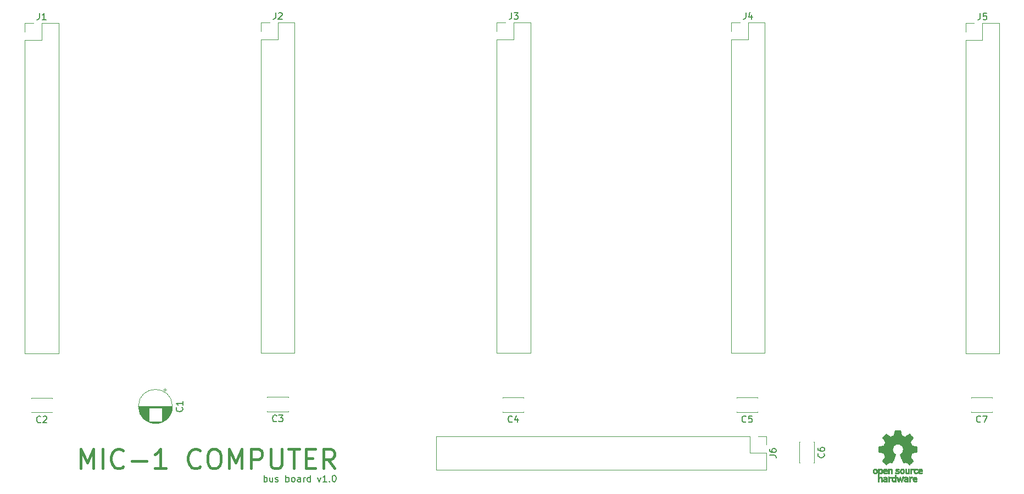
<source format=gbr>
%TF.GenerationSoftware,KiCad,Pcbnew,8.0.6*%
%TF.CreationDate,2024-12-15T12:43:40+01:00*%
%TF.ProjectId,busboard,62757362-6f61-4726-942e-6b696361645f,1.0*%
%TF.SameCoordinates,Original*%
%TF.FileFunction,Legend,Top*%
%TF.FilePolarity,Positive*%
%FSLAX46Y46*%
G04 Gerber Fmt 4.6, Leading zero omitted, Abs format (unit mm)*
G04 Created by KiCad (PCBNEW 8.0.6) date 2024-12-15 12:43:40*
%MOMM*%
%LPD*%
G01*
G04 APERTURE LIST*
%ADD10C,0.150000*%
%ADD11C,0.400000*%
%ADD12C,0.010000*%
%ADD13C,0.120000*%
G04 APERTURE END LIST*
D10*
X124436779Y-116169819D02*
X124436779Y-115169819D01*
X124436779Y-115550771D02*
X124532017Y-115503152D01*
X124532017Y-115503152D02*
X124722493Y-115503152D01*
X124722493Y-115503152D02*
X124817731Y-115550771D01*
X124817731Y-115550771D02*
X124865350Y-115598390D01*
X124865350Y-115598390D02*
X124912969Y-115693628D01*
X124912969Y-115693628D02*
X124912969Y-115979342D01*
X124912969Y-115979342D02*
X124865350Y-116074580D01*
X124865350Y-116074580D02*
X124817731Y-116122200D01*
X124817731Y-116122200D02*
X124722493Y-116169819D01*
X124722493Y-116169819D02*
X124532017Y-116169819D01*
X124532017Y-116169819D02*
X124436779Y-116122200D01*
X125770112Y-115503152D02*
X125770112Y-116169819D01*
X125341541Y-115503152D02*
X125341541Y-116026961D01*
X125341541Y-116026961D02*
X125389160Y-116122200D01*
X125389160Y-116122200D02*
X125484398Y-116169819D01*
X125484398Y-116169819D02*
X125627255Y-116169819D01*
X125627255Y-116169819D02*
X125722493Y-116122200D01*
X125722493Y-116122200D02*
X125770112Y-116074580D01*
X126198684Y-116122200D02*
X126293922Y-116169819D01*
X126293922Y-116169819D02*
X126484398Y-116169819D01*
X126484398Y-116169819D02*
X126579636Y-116122200D01*
X126579636Y-116122200D02*
X126627255Y-116026961D01*
X126627255Y-116026961D02*
X126627255Y-115979342D01*
X126627255Y-115979342D02*
X126579636Y-115884104D01*
X126579636Y-115884104D02*
X126484398Y-115836485D01*
X126484398Y-115836485D02*
X126341541Y-115836485D01*
X126341541Y-115836485D02*
X126246303Y-115788866D01*
X126246303Y-115788866D02*
X126198684Y-115693628D01*
X126198684Y-115693628D02*
X126198684Y-115646009D01*
X126198684Y-115646009D02*
X126246303Y-115550771D01*
X126246303Y-115550771D02*
X126341541Y-115503152D01*
X126341541Y-115503152D02*
X126484398Y-115503152D01*
X126484398Y-115503152D02*
X126579636Y-115550771D01*
X127817732Y-116169819D02*
X127817732Y-115169819D01*
X127817732Y-115550771D02*
X127912970Y-115503152D01*
X127912970Y-115503152D02*
X128103446Y-115503152D01*
X128103446Y-115503152D02*
X128198684Y-115550771D01*
X128198684Y-115550771D02*
X128246303Y-115598390D01*
X128246303Y-115598390D02*
X128293922Y-115693628D01*
X128293922Y-115693628D02*
X128293922Y-115979342D01*
X128293922Y-115979342D02*
X128246303Y-116074580D01*
X128246303Y-116074580D02*
X128198684Y-116122200D01*
X128198684Y-116122200D02*
X128103446Y-116169819D01*
X128103446Y-116169819D02*
X127912970Y-116169819D01*
X127912970Y-116169819D02*
X127817732Y-116122200D01*
X128865351Y-116169819D02*
X128770113Y-116122200D01*
X128770113Y-116122200D02*
X128722494Y-116074580D01*
X128722494Y-116074580D02*
X128674875Y-115979342D01*
X128674875Y-115979342D02*
X128674875Y-115693628D01*
X128674875Y-115693628D02*
X128722494Y-115598390D01*
X128722494Y-115598390D02*
X128770113Y-115550771D01*
X128770113Y-115550771D02*
X128865351Y-115503152D01*
X128865351Y-115503152D02*
X129008208Y-115503152D01*
X129008208Y-115503152D02*
X129103446Y-115550771D01*
X129103446Y-115550771D02*
X129151065Y-115598390D01*
X129151065Y-115598390D02*
X129198684Y-115693628D01*
X129198684Y-115693628D02*
X129198684Y-115979342D01*
X129198684Y-115979342D02*
X129151065Y-116074580D01*
X129151065Y-116074580D02*
X129103446Y-116122200D01*
X129103446Y-116122200D02*
X129008208Y-116169819D01*
X129008208Y-116169819D02*
X128865351Y-116169819D01*
X130055827Y-116169819D02*
X130055827Y-115646009D01*
X130055827Y-115646009D02*
X130008208Y-115550771D01*
X130008208Y-115550771D02*
X129912970Y-115503152D01*
X129912970Y-115503152D02*
X129722494Y-115503152D01*
X129722494Y-115503152D02*
X129627256Y-115550771D01*
X130055827Y-116122200D02*
X129960589Y-116169819D01*
X129960589Y-116169819D02*
X129722494Y-116169819D01*
X129722494Y-116169819D02*
X129627256Y-116122200D01*
X129627256Y-116122200D02*
X129579637Y-116026961D01*
X129579637Y-116026961D02*
X129579637Y-115931723D01*
X129579637Y-115931723D02*
X129627256Y-115836485D01*
X129627256Y-115836485D02*
X129722494Y-115788866D01*
X129722494Y-115788866D02*
X129960589Y-115788866D01*
X129960589Y-115788866D02*
X130055827Y-115741247D01*
X130532018Y-116169819D02*
X130532018Y-115503152D01*
X130532018Y-115693628D02*
X130579637Y-115598390D01*
X130579637Y-115598390D02*
X130627256Y-115550771D01*
X130627256Y-115550771D02*
X130722494Y-115503152D01*
X130722494Y-115503152D02*
X130817732Y-115503152D01*
X131579637Y-116169819D02*
X131579637Y-115169819D01*
X131579637Y-116122200D02*
X131484399Y-116169819D01*
X131484399Y-116169819D02*
X131293923Y-116169819D01*
X131293923Y-116169819D02*
X131198685Y-116122200D01*
X131198685Y-116122200D02*
X131151066Y-116074580D01*
X131151066Y-116074580D02*
X131103447Y-115979342D01*
X131103447Y-115979342D02*
X131103447Y-115693628D01*
X131103447Y-115693628D02*
X131151066Y-115598390D01*
X131151066Y-115598390D02*
X131198685Y-115550771D01*
X131198685Y-115550771D02*
X131293923Y-115503152D01*
X131293923Y-115503152D02*
X131484399Y-115503152D01*
X131484399Y-115503152D02*
X131579637Y-115550771D01*
X132722495Y-115503152D02*
X132960590Y-116169819D01*
X132960590Y-116169819D02*
X133198685Y-115503152D01*
X134103447Y-116169819D02*
X133532019Y-116169819D01*
X133817733Y-116169819D02*
X133817733Y-115169819D01*
X133817733Y-115169819D02*
X133722495Y-115312676D01*
X133722495Y-115312676D02*
X133627257Y-115407914D01*
X133627257Y-115407914D02*
X133532019Y-115455533D01*
X134532019Y-116074580D02*
X134579638Y-116122200D01*
X134579638Y-116122200D02*
X134532019Y-116169819D01*
X134532019Y-116169819D02*
X134484400Y-116122200D01*
X134484400Y-116122200D02*
X134532019Y-116074580D01*
X134532019Y-116074580D02*
X134532019Y-116169819D01*
X135198685Y-115169819D02*
X135293923Y-115169819D01*
X135293923Y-115169819D02*
X135389161Y-115217438D01*
X135389161Y-115217438D02*
X135436780Y-115265057D01*
X135436780Y-115265057D02*
X135484399Y-115360295D01*
X135484399Y-115360295D02*
X135532018Y-115550771D01*
X135532018Y-115550771D02*
X135532018Y-115788866D01*
X135532018Y-115788866D02*
X135484399Y-115979342D01*
X135484399Y-115979342D02*
X135436780Y-116074580D01*
X135436780Y-116074580D02*
X135389161Y-116122200D01*
X135389161Y-116122200D02*
X135293923Y-116169819D01*
X135293923Y-116169819D02*
X135198685Y-116169819D01*
X135198685Y-116169819D02*
X135103447Y-116122200D01*
X135103447Y-116122200D02*
X135055828Y-116074580D01*
X135055828Y-116074580D02*
X135008209Y-115979342D01*
X135008209Y-115979342D02*
X134960590Y-115788866D01*
X134960590Y-115788866D02*
X134960590Y-115550771D01*
X134960590Y-115550771D02*
X135008209Y-115360295D01*
X135008209Y-115360295D02*
X135055828Y-115265057D01*
X135055828Y-115265057D02*
X135103447Y-115217438D01*
X135103447Y-115217438D02*
X135198685Y-115169819D01*
D11*
X96177442Y-114112057D02*
X96177442Y-111112057D01*
X96177442Y-111112057D02*
X97177442Y-113254914D01*
X97177442Y-113254914D02*
X98177442Y-111112057D01*
X98177442Y-111112057D02*
X98177442Y-114112057D01*
X99606013Y-114112057D02*
X99606013Y-111112057D01*
X102748870Y-113826342D02*
X102606013Y-113969200D01*
X102606013Y-113969200D02*
X102177441Y-114112057D01*
X102177441Y-114112057D02*
X101891727Y-114112057D01*
X101891727Y-114112057D02*
X101463156Y-113969200D01*
X101463156Y-113969200D02*
X101177441Y-113683485D01*
X101177441Y-113683485D02*
X101034584Y-113397771D01*
X101034584Y-113397771D02*
X100891727Y-112826342D01*
X100891727Y-112826342D02*
X100891727Y-112397771D01*
X100891727Y-112397771D02*
X101034584Y-111826342D01*
X101034584Y-111826342D02*
X101177441Y-111540628D01*
X101177441Y-111540628D02*
X101463156Y-111254914D01*
X101463156Y-111254914D02*
X101891727Y-111112057D01*
X101891727Y-111112057D02*
X102177441Y-111112057D01*
X102177441Y-111112057D02*
X102606013Y-111254914D01*
X102606013Y-111254914D02*
X102748870Y-111397771D01*
X104034584Y-112969200D02*
X106320299Y-112969200D01*
X109320299Y-114112057D02*
X107606013Y-114112057D01*
X108463156Y-114112057D02*
X108463156Y-111112057D01*
X108463156Y-111112057D02*
X108177442Y-111540628D01*
X108177442Y-111540628D02*
X107891727Y-111826342D01*
X107891727Y-111826342D02*
X107606013Y-111969200D01*
X114606013Y-113826342D02*
X114463156Y-113969200D01*
X114463156Y-113969200D02*
X114034584Y-114112057D01*
X114034584Y-114112057D02*
X113748870Y-114112057D01*
X113748870Y-114112057D02*
X113320299Y-113969200D01*
X113320299Y-113969200D02*
X113034584Y-113683485D01*
X113034584Y-113683485D02*
X112891727Y-113397771D01*
X112891727Y-113397771D02*
X112748870Y-112826342D01*
X112748870Y-112826342D02*
X112748870Y-112397771D01*
X112748870Y-112397771D02*
X112891727Y-111826342D01*
X112891727Y-111826342D02*
X113034584Y-111540628D01*
X113034584Y-111540628D02*
X113320299Y-111254914D01*
X113320299Y-111254914D02*
X113748870Y-111112057D01*
X113748870Y-111112057D02*
X114034584Y-111112057D01*
X114034584Y-111112057D02*
X114463156Y-111254914D01*
X114463156Y-111254914D02*
X114606013Y-111397771D01*
X116463156Y-111112057D02*
X117034584Y-111112057D01*
X117034584Y-111112057D02*
X117320299Y-111254914D01*
X117320299Y-111254914D02*
X117606013Y-111540628D01*
X117606013Y-111540628D02*
X117748870Y-112112057D01*
X117748870Y-112112057D02*
X117748870Y-113112057D01*
X117748870Y-113112057D02*
X117606013Y-113683485D01*
X117606013Y-113683485D02*
X117320299Y-113969200D01*
X117320299Y-113969200D02*
X117034584Y-114112057D01*
X117034584Y-114112057D02*
X116463156Y-114112057D01*
X116463156Y-114112057D02*
X116177442Y-113969200D01*
X116177442Y-113969200D02*
X115891727Y-113683485D01*
X115891727Y-113683485D02*
X115748870Y-113112057D01*
X115748870Y-113112057D02*
X115748870Y-112112057D01*
X115748870Y-112112057D02*
X115891727Y-111540628D01*
X115891727Y-111540628D02*
X116177442Y-111254914D01*
X116177442Y-111254914D02*
X116463156Y-111112057D01*
X119034584Y-114112057D02*
X119034584Y-111112057D01*
X119034584Y-111112057D02*
X120034584Y-113254914D01*
X120034584Y-113254914D02*
X121034584Y-111112057D01*
X121034584Y-111112057D02*
X121034584Y-114112057D01*
X122463155Y-114112057D02*
X122463155Y-111112057D01*
X122463155Y-111112057D02*
X123606012Y-111112057D01*
X123606012Y-111112057D02*
X123891727Y-111254914D01*
X123891727Y-111254914D02*
X124034584Y-111397771D01*
X124034584Y-111397771D02*
X124177441Y-111683485D01*
X124177441Y-111683485D02*
X124177441Y-112112057D01*
X124177441Y-112112057D02*
X124034584Y-112397771D01*
X124034584Y-112397771D02*
X123891727Y-112540628D01*
X123891727Y-112540628D02*
X123606012Y-112683485D01*
X123606012Y-112683485D02*
X122463155Y-112683485D01*
X125463155Y-111112057D02*
X125463155Y-113540628D01*
X125463155Y-113540628D02*
X125606012Y-113826342D01*
X125606012Y-113826342D02*
X125748870Y-113969200D01*
X125748870Y-113969200D02*
X126034584Y-114112057D01*
X126034584Y-114112057D02*
X126606012Y-114112057D01*
X126606012Y-114112057D02*
X126891727Y-113969200D01*
X126891727Y-113969200D02*
X127034584Y-113826342D01*
X127034584Y-113826342D02*
X127177441Y-113540628D01*
X127177441Y-113540628D02*
X127177441Y-111112057D01*
X128177441Y-111112057D02*
X129891727Y-111112057D01*
X129034584Y-114112057D02*
X129034584Y-111112057D01*
X130891726Y-112540628D02*
X131891726Y-112540628D01*
X132320298Y-114112057D02*
X130891726Y-114112057D01*
X130891726Y-114112057D02*
X130891726Y-111112057D01*
X130891726Y-111112057D02*
X132320298Y-111112057D01*
X135320298Y-114112057D02*
X134320298Y-112683485D01*
X133606012Y-114112057D02*
X133606012Y-111112057D01*
X133606012Y-111112057D02*
X134748869Y-111112057D01*
X134748869Y-111112057D02*
X135034584Y-111254914D01*
X135034584Y-111254914D02*
X135177441Y-111397771D01*
X135177441Y-111397771D02*
X135320298Y-111683485D01*
X135320298Y-111683485D02*
X135320298Y-112112057D01*
X135320298Y-112112057D02*
X135177441Y-112397771D01*
X135177441Y-112397771D02*
X135034584Y-112540628D01*
X135034584Y-112540628D02*
X134748869Y-112683485D01*
X134748869Y-112683485D02*
X133606012Y-112683485D01*
D10*
X162596666Y-43824819D02*
X162596666Y-44539104D01*
X162596666Y-44539104D02*
X162549047Y-44681961D01*
X162549047Y-44681961D02*
X162453809Y-44777200D01*
X162453809Y-44777200D02*
X162310952Y-44824819D01*
X162310952Y-44824819D02*
X162215714Y-44824819D01*
X162977619Y-43824819D02*
X163596666Y-43824819D01*
X163596666Y-43824819D02*
X163263333Y-44205771D01*
X163263333Y-44205771D02*
X163406190Y-44205771D01*
X163406190Y-44205771D02*
X163501428Y-44253390D01*
X163501428Y-44253390D02*
X163549047Y-44301009D01*
X163549047Y-44301009D02*
X163596666Y-44396247D01*
X163596666Y-44396247D02*
X163596666Y-44634342D01*
X163596666Y-44634342D02*
X163549047Y-44729580D01*
X163549047Y-44729580D02*
X163501428Y-44777200D01*
X163501428Y-44777200D02*
X163406190Y-44824819D01*
X163406190Y-44824819D02*
X163120476Y-44824819D01*
X163120476Y-44824819D02*
X163025238Y-44777200D01*
X163025238Y-44777200D02*
X162977619Y-44729580D01*
X89836666Y-43884819D02*
X89836666Y-44599104D01*
X89836666Y-44599104D02*
X89789047Y-44741961D01*
X89789047Y-44741961D02*
X89693809Y-44837200D01*
X89693809Y-44837200D02*
X89550952Y-44884819D01*
X89550952Y-44884819D02*
X89455714Y-44884819D01*
X90836666Y-44884819D02*
X90265238Y-44884819D01*
X90550952Y-44884819D02*
X90550952Y-43884819D01*
X90550952Y-43884819D02*
X90455714Y-44027676D01*
X90455714Y-44027676D02*
X90360476Y-44122914D01*
X90360476Y-44122914D02*
X90265238Y-44170533D01*
X202344819Y-112063333D02*
X203059104Y-112063333D01*
X203059104Y-112063333D02*
X203201961Y-112110952D01*
X203201961Y-112110952D02*
X203297200Y-112206190D01*
X203297200Y-112206190D02*
X203344819Y-112349047D01*
X203344819Y-112349047D02*
X203344819Y-112444285D01*
X202344819Y-111158571D02*
X202344819Y-111349047D01*
X202344819Y-111349047D02*
X202392438Y-111444285D01*
X202392438Y-111444285D02*
X202440057Y-111491904D01*
X202440057Y-111491904D02*
X202582914Y-111587142D01*
X202582914Y-111587142D02*
X202773390Y-111634761D01*
X202773390Y-111634761D02*
X203154342Y-111634761D01*
X203154342Y-111634761D02*
X203249580Y-111587142D01*
X203249580Y-111587142D02*
X203297200Y-111539523D01*
X203297200Y-111539523D02*
X203344819Y-111444285D01*
X203344819Y-111444285D02*
X203344819Y-111253809D01*
X203344819Y-111253809D02*
X203297200Y-111158571D01*
X203297200Y-111158571D02*
X203249580Y-111110952D01*
X203249580Y-111110952D02*
X203154342Y-111063333D01*
X203154342Y-111063333D02*
X202916247Y-111063333D01*
X202916247Y-111063333D02*
X202821009Y-111110952D01*
X202821009Y-111110952D02*
X202773390Y-111158571D01*
X202773390Y-111158571D02*
X202725771Y-111253809D01*
X202725771Y-111253809D02*
X202725771Y-111444285D01*
X202725771Y-111444285D02*
X202773390Y-111539523D01*
X202773390Y-111539523D02*
X202821009Y-111587142D01*
X202821009Y-111587142D02*
X202916247Y-111634761D01*
X210709580Y-111816666D02*
X210757200Y-111864285D01*
X210757200Y-111864285D02*
X210804819Y-112007142D01*
X210804819Y-112007142D02*
X210804819Y-112102380D01*
X210804819Y-112102380D02*
X210757200Y-112245237D01*
X210757200Y-112245237D02*
X210661961Y-112340475D01*
X210661961Y-112340475D02*
X210566723Y-112388094D01*
X210566723Y-112388094D02*
X210376247Y-112435713D01*
X210376247Y-112435713D02*
X210233390Y-112435713D01*
X210233390Y-112435713D02*
X210042914Y-112388094D01*
X210042914Y-112388094D02*
X209947676Y-112340475D01*
X209947676Y-112340475D02*
X209852438Y-112245237D01*
X209852438Y-112245237D02*
X209804819Y-112102380D01*
X209804819Y-112102380D02*
X209804819Y-112007142D01*
X209804819Y-112007142D02*
X209852438Y-111864285D01*
X209852438Y-111864285D02*
X209900057Y-111816666D01*
X209804819Y-110959523D02*
X209804819Y-111149999D01*
X209804819Y-111149999D02*
X209852438Y-111245237D01*
X209852438Y-111245237D02*
X209900057Y-111292856D01*
X209900057Y-111292856D02*
X210042914Y-111388094D01*
X210042914Y-111388094D02*
X210233390Y-111435713D01*
X210233390Y-111435713D02*
X210614342Y-111435713D01*
X210614342Y-111435713D02*
X210709580Y-111388094D01*
X210709580Y-111388094D02*
X210757200Y-111340475D01*
X210757200Y-111340475D02*
X210804819Y-111245237D01*
X210804819Y-111245237D02*
X210804819Y-111054761D01*
X210804819Y-111054761D02*
X210757200Y-110959523D01*
X210757200Y-110959523D02*
X210709580Y-110911904D01*
X210709580Y-110911904D02*
X210614342Y-110864285D01*
X210614342Y-110864285D02*
X210376247Y-110864285D01*
X210376247Y-110864285D02*
X210281009Y-110911904D01*
X210281009Y-110911904D02*
X210233390Y-110959523D01*
X210233390Y-110959523D02*
X210185771Y-111054761D01*
X210185771Y-111054761D02*
X210185771Y-111245237D01*
X210185771Y-111245237D02*
X210233390Y-111340475D01*
X210233390Y-111340475D02*
X210281009Y-111388094D01*
X210281009Y-111388094D02*
X210376247Y-111435713D01*
X90033333Y-106969580D02*
X89985714Y-107017200D01*
X89985714Y-107017200D02*
X89842857Y-107064819D01*
X89842857Y-107064819D02*
X89747619Y-107064819D01*
X89747619Y-107064819D02*
X89604762Y-107017200D01*
X89604762Y-107017200D02*
X89509524Y-106921961D01*
X89509524Y-106921961D02*
X89461905Y-106826723D01*
X89461905Y-106826723D02*
X89414286Y-106636247D01*
X89414286Y-106636247D02*
X89414286Y-106493390D01*
X89414286Y-106493390D02*
X89461905Y-106302914D01*
X89461905Y-106302914D02*
X89509524Y-106207676D01*
X89509524Y-106207676D02*
X89604762Y-106112438D01*
X89604762Y-106112438D02*
X89747619Y-106064819D01*
X89747619Y-106064819D02*
X89842857Y-106064819D01*
X89842857Y-106064819D02*
X89985714Y-106112438D01*
X89985714Y-106112438D02*
X90033333Y-106160057D01*
X90414286Y-106160057D02*
X90461905Y-106112438D01*
X90461905Y-106112438D02*
X90557143Y-106064819D01*
X90557143Y-106064819D02*
X90795238Y-106064819D01*
X90795238Y-106064819D02*
X90890476Y-106112438D01*
X90890476Y-106112438D02*
X90938095Y-106160057D01*
X90938095Y-106160057D02*
X90985714Y-106255295D01*
X90985714Y-106255295D02*
X90985714Y-106350533D01*
X90985714Y-106350533D02*
X90938095Y-106493390D01*
X90938095Y-106493390D02*
X90366667Y-107064819D01*
X90366667Y-107064819D02*
X90985714Y-107064819D01*
X234836666Y-43904819D02*
X234836666Y-44619104D01*
X234836666Y-44619104D02*
X234789047Y-44761961D01*
X234789047Y-44761961D02*
X234693809Y-44857200D01*
X234693809Y-44857200D02*
X234550952Y-44904819D01*
X234550952Y-44904819D02*
X234455714Y-44904819D01*
X235789047Y-43904819D02*
X235312857Y-43904819D01*
X235312857Y-43904819D02*
X235265238Y-44381009D01*
X235265238Y-44381009D02*
X235312857Y-44333390D01*
X235312857Y-44333390D02*
X235408095Y-44285771D01*
X235408095Y-44285771D02*
X235646190Y-44285771D01*
X235646190Y-44285771D02*
X235741428Y-44333390D01*
X235741428Y-44333390D02*
X235789047Y-44381009D01*
X235789047Y-44381009D02*
X235836666Y-44476247D01*
X235836666Y-44476247D02*
X235836666Y-44714342D01*
X235836666Y-44714342D02*
X235789047Y-44809580D01*
X235789047Y-44809580D02*
X235741428Y-44857200D01*
X235741428Y-44857200D02*
X235646190Y-44904819D01*
X235646190Y-44904819D02*
X235408095Y-44904819D01*
X235408095Y-44904819D02*
X235312857Y-44857200D01*
X235312857Y-44857200D02*
X235265238Y-44809580D01*
X198733333Y-106909580D02*
X198685714Y-106957200D01*
X198685714Y-106957200D02*
X198542857Y-107004819D01*
X198542857Y-107004819D02*
X198447619Y-107004819D01*
X198447619Y-107004819D02*
X198304762Y-106957200D01*
X198304762Y-106957200D02*
X198209524Y-106861961D01*
X198209524Y-106861961D02*
X198161905Y-106766723D01*
X198161905Y-106766723D02*
X198114286Y-106576247D01*
X198114286Y-106576247D02*
X198114286Y-106433390D01*
X198114286Y-106433390D02*
X198161905Y-106242914D01*
X198161905Y-106242914D02*
X198209524Y-106147676D01*
X198209524Y-106147676D02*
X198304762Y-106052438D01*
X198304762Y-106052438D02*
X198447619Y-106004819D01*
X198447619Y-106004819D02*
X198542857Y-106004819D01*
X198542857Y-106004819D02*
X198685714Y-106052438D01*
X198685714Y-106052438D02*
X198733333Y-106100057D01*
X199638095Y-106004819D02*
X199161905Y-106004819D01*
X199161905Y-106004819D02*
X199114286Y-106481009D01*
X199114286Y-106481009D02*
X199161905Y-106433390D01*
X199161905Y-106433390D02*
X199257143Y-106385771D01*
X199257143Y-106385771D02*
X199495238Y-106385771D01*
X199495238Y-106385771D02*
X199590476Y-106433390D01*
X199590476Y-106433390D02*
X199638095Y-106481009D01*
X199638095Y-106481009D02*
X199685714Y-106576247D01*
X199685714Y-106576247D02*
X199685714Y-106814342D01*
X199685714Y-106814342D02*
X199638095Y-106909580D01*
X199638095Y-106909580D02*
X199590476Y-106957200D01*
X199590476Y-106957200D02*
X199495238Y-107004819D01*
X199495238Y-107004819D02*
X199257143Y-107004819D01*
X199257143Y-107004819D02*
X199161905Y-106957200D01*
X199161905Y-106957200D02*
X199114286Y-106909580D01*
X234883333Y-106909580D02*
X234835714Y-106957200D01*
X234835714Y-106957200D02*
X234692857Y-107004819D01*
X234692857Y-107004819D02*
X234597619Y-107004819D01*
X234597619Y-107004819D02*
X234454762Y-106957200D01*
X234454762Y-106957200D02*
X234359524Y-106861961D01*
X234359524Y-106861961D02*
X234311905Y-106766723D01*
X234311905Y-106766723D02*
X234264286Y-106576247D01*
X234264286Y-106576247D02*
X234264286Y-106433390D01*
X234264286Y-106433390D02*
X234311905Y-106242914D01*
X234311905Y-106242914D02*
X234359524Y-106147676D01*
X234359524Y-106147676D02*
X234454762Y-106052438D01*
X234454762Y-106052438D02*
X234597619Y-106004819D01*
X234597619Y-106004819D02*
X234692857Y-106004819D01*
X234692857Y-106004819D02*
X234835714Y-106052438D01*
X234835714Y-106052438D02*
X234883333Y-106100057D01*
X235216667Y-106004819D02*
X235883333Y-106004819D01*
X235883333Y-106004819D02*
X235454762Y-107004819D01*
X198696666Y-43804819D02*
X198696666Y-44519104D01*
X198696666Y-44519104D02*
X198649047Y-44661961D01*
X198649047Y-44661961D02*
X198553809Y-44757200D01*
X198553809Y-44757200D02*
X198410952Y-44804819D01*
X198410952Y-44804819D02*
X198315714Y-44804819D01*
X199601428Y-44138152D02*
X199601428Y-44804819D01*
X199363333Y-43757200D02*
X199125238Y-44471485D01*
X199125238Y-44471485D02*
X199744285Y-44471485D01*
X126383333Y-106809580D02*
X126335714Y-106857200D01*
X126335714Y-106857200D02*
X126192857Y-106904819D01*
X126192857Y-106904819D02*
X126097619Y-106904819D01*
X126097619Y-106904819D02*
X125954762Y-106857200D01*
X125954762Y-106857200D02*
X125859524Y-106761961D01*
X125859524Y-106761961D02*
X125811905Y-106666723D01*
X125811905Y-106666723D02*
X125764286Y-106476247D01*
X125764286Y-106476247D02*
X125764286Y-106333390D01*
X125764286Y-106333390D02*
X125811905Y-106142914D01*
X125811905Y-106142914D02*
X125859524Y-106047676D01*
X125859524Y-106047676D02*
X125954762Y-105952438D01*
X125954762Y-105952438D02*
X126097619Y-105904819D01*
X126097619Y-105904819D02*
X126192857Y-105904819D01*
X126192857Y-105904819D02*
X126335714Y-105952438D01*
X126335714Y-105952438D02*
X126383333Y-106000057D01*
X126716667Y-105904819D02*
X127335714Y-105904819D01*
X127335714Y-105904819D02*
X127002381Y-106285771D01*
X127002381Y-106285771D02*
X127145238Y-106285771D01*
X127145238Y-106285771D02*
X127240476Y-106333390D01*
X127240476Y-106333390D02*
X127288095Y-106381009D01*
X127288095Y-106381009D02*
X127335714Y-106476247D01*
X127335714Y-106476247D02*
X127335714Y-106714342D01*
X127335714Y-106714342D02*
X127288095Y-106809580D01*
X127288095Y-106809580D02*
X127240476Y-106857200D01*
X127240476Y-106857200D02*
X127145238Y-106904819D01*
X127145238Y-106904819D02*
X126859524Y-106904819D01*
X126859524Y-106904819D02*
X126764286Y-106857200D01*
X126764286Y-106857200D02*
X126716667Y-106809580D01*
X126236666Y-43824819D02*
X126236666Y-44539104D01*
X126236666Y-44539104D02*
X126189047Y-44681961D01*
X126189047Y-44681961D02*
X126093809Y-44777200D01*
X126093809Y-44777200D02*
X125950952Y-44824819D01*
X125950952Y-44824819D02*
X125855714Y-44824819D01*
X126665238Y-43920057D02*
X126712857Y-43872438D01*
X126712857Y-43872438D02*
X126808095Y-43824819D01*
X126808095Y-43824819D02*
X127046190Y-43824819D01*
X127046190Y-43824819D02*
X127141428Y-43872438D01*
X127141428Y-43872438D02*
X127189047Y-43920057D01*
X127189047Y-43920057D02*
X127236666Y-44015295D01*
X127236666Y-44015295D02*
X127236666Y-44110533D01*
X127236666Y-44110533D02*
X127189047Y-44253390D01*
X127189047Y-44253390D02*
X126617619Y-44824819D01*
X126617619Y-44824819D02*
X127236666Y-44824819D01*
X111809580Y-104716666D02*
X111857200Y-104764285D01*
X111857200Y-104764285D02*
X111904819Y-104907142D01*
X111904819Y-104907142D02*
X111904819Y-105002380D01*
X111904819Y-105002380D02*
X111857200Y-105145237D01*
X111857200Y-105145237D02*
X111761961Y-105240475D01*
X111761961Y-105240475D02*
X111666723Y-105288094D01*
X111666723Y-105288094D02*
X111476247Y-105335713D01*
X111476247Y-105335713D02*
X111333390Y-105335713D01*
X111333390Y-105335713D02*
X111142914Y-105288094D01*
X111142914Y-105288094D02*
X111047676Y-105240475D01*
X111047676Y-105240475D02*
X110952438Y-105145237D01*
X110952438Y-105145237D02*
X110904819Y-105002380D01*
X110904819Y-105002380D02*
X110904819Y-104907142D01*
X110904819Y-104907142D02*
X110952438Y-104764285D01*
X110952438Y-104764285D02*
X111000057Y-104716666D01*
X111904819Y-103764285D02*
X111904819Y-104335713D01*
X111904819Y-104049999D02*
X110904819Y-104049999D01*
X110904819Y-104049999D02*
X111047676Y-104145237D01*
X111047676Y-104145237D02*
X111142914Y-104240475D01*
X111142914Y-104240475D02*
X111190533Y-104335713D01*
X162683333Y-106909580D02*
X162635714Y-106957200D01*
X162635714Y-106957200D02*
X162492857Y-107004819D01*
X162492857Y-107004819D02*
X162397619Y-107004819D01*
X162397619Y-107004819D02*
X162254762Y-106957200D01*
X162254762Y-106957200D02*
X162159524Y-106861961D01*
X162159524Y-106861961D02*
X162111905Y-106766723D01*
X162111905Y-106766723D02*
X162064286Y-106576247D01*
X162064286Y-106576247D02*
X162064286Y-106433390D01*
X162064286Y-106433390D02*
X162111905Y-106242914D01*
X162111905Y-106242914D02*
X162159524Y-106147676D01*
X162159524Y-106147676D02*
X162254762Y-106052438D01*
X162254762Y-106052438D02*
X162397619Y-106004819D01*
X162397619Y-106004819D02*
X162492857Y-106004819D01*
X162492857Y-106004819D02*
X162635714Y-106052438D01*
X162635714Y-106052438D02*
X162683333Y-106100057D01*
X163540476Y-106338152D02*
X163540476Y-107004819D01*
X163302381Y-105957200D02*
X163064286Y-106671485D01*
X163064286Y-106671485D02*
X163683333Y-106671485D01*
D12*
%TO.C,REF\u002A\u002A*%
X224491388Y-114137645D02*
X224548865Y-114155206D01*
X224585872Y-114177395D01*
X224597927Y-114194942D01*
X224594609Y-114215742D01*
X224573079Y-114248419D01*
X224554874Y-114271562D01*
X224517344Y-114313402D01*
X224489148Y-114331005D01*
X224465111Y-114329856D01*
X224393808Y-114311710D01*
X224341442Y-114312534D01*
X224298918Y-114333098D01*
X224284642Y-114345134D01*
X224238947Y-114387483D01*
X224238947Y-114940526D01*
X224055131Y-114940526D01*
X224055131Y-114138421D01*
X224147039Y-114138421D01*
X224202219Y-114140603D01*
X224230688Y-114148351D01*
X224238943Y-114163468D01*
X224238947Y-114163916D01*
X224242845Y-114179749D01*
X224260474Y-114177684D01*
X224284901Y-114166261D01*
X224335350Y-114145005D01*
X224376316Y-114132216D01*
X224429028Y-114128938D01*
X224491388Y-114137645D01*
G36*
X224491388Y-114137645D02*
G01*
X224548865Y-114155206D01*
X224585872Y-114177395D01*
X224597927Y-114194942D01*
X224594609Y-114215742D01*
X224573079Y-114248419D01*
X224554874Y-114271562D01*
X224517344Y-114313402D01*
X224489148Y-114331005D01*
X224465111Y-114329856D01*
X224393808Y-114311710D01*
X224341442Y-114312534D01*
X224298918Y-114333098D01*
X224284642Y-114345134D01*
X224238947Y-114387483D01*
X224238947Y-114940526D01*
X224055131Y-114940526D01*
X224055131Y-114138421D01*
X224147039Y-114138421D01*
X224202219Y-114140603D01*
X224230688Y-114148351D01*
X224238943Y-114163468D01*
X224238947Y-114163916D01*
X224242845Y-114179749D01*
X224260474Y-114177684D01*
X224284901Y-114166261D01*
X224335350Y-114145005D01*
X224376316Y-114132216D01*
X224429028Y-114128938D01*
X224491388Y-114137645D01*
G37*
X224273167Y-115391447D02*
X224337408Y-115404112D01*
X224373980Y-115422864D01*
X224412453Y-115454017D01*
X224357717Y-115523127D01*
X224323969Y-115564979D01*
X224301053Y-115585398D01*
X224278279Y-115588517D01*
X224244956Y-115578472D01*
X224229314Y-115572789D01*
X224165542Y-115564404D01*
X224107140Y-115582378D01*
X224064264Y-115622982D01*
X224057299Y-115635929D01*
X224049713Y-115670224D01*
X224043859Y-115733427D01*
X224040011Y-115821060D01*
X224038443Y-115928640D01*
X224038421Y-115943944D01*
X224038421Y-116210526D01*
X223854605Y-116210526D01*
X223854605Y-115391710D01*
X223946513Y-115391710D01*
X223999507Y-115393094D01*
X224027115Y-115399252D01*
X224037324Y-115413194D01*
X224038421Y-115426344D01*
X224038421Y-115460978D01*
X224082450Y-115426344D01*
X224132937Y-115402716D01*
X224200760Y-115391033D01*
X224273167Y-115391447D01*
G36*
X224273167Y-115391447D02*
G01*
X224337408Y-115404112D01*
X224373980Y-115422864D01*
X224412453Y-115454017D01*
X224357717Y-115523127D01*
X224323969Y-115564979D01*
X224301053Y-115585398D01*
X224278279Y-115588517D01*
X224244956Y-115578472D01*
X224229314Y-115572789D01*
X224165542Y-115564404D01*
X224107140Y-115582378D01*
X224064264Y-115622982D01*
X224057299Y-115635929D01*
X224049713Y-115670224D01*
X224043859Y-115733427D01*
X224040011Y-115821060D01*
X224038443Y-115928640D01*
X224038421Y-115943944D01*
X224038421Y-116210526D01*
X223854605Y-116210526D01*
X223854605Y-115391710D01*
X223946513Y-115391710D01*
X223999507Y-115393094D01*
X224027115Y-115399252D01*
X224037324Y-115413194D01*
X224038421Y-115426344D01*
X224038421Y-115460978D01*
X224082450Y-115426344D01*
X224132937Y-115402716D01*
X224200760Y-115391033D01*
X224273167Y-115391447D01*
G37*
X220779881Y-115393486D02*
X220804888Y-115400982D01*
X220812950Y-115417451D01*
X220813289Y-115424886D01*
X220814736Y-115445594D01*
X220824698Y-115448845D01*
X220851612Y-115434648D01*
X220867598Y-115424948D01*
X220918033Y-115404175D01*
X220978272Y-115393904D01*
X221041434Y-115393114D01*
X221100637Y-115400786D01*
X221149002Y-115415898D01*
X221179646Y-115437432D01*
X221185689Y-115464366D01*
X221182639Y-115471660D01*
X221160406Y-115501937D01*
X221125930Y-115539175D01*
X221119694Y-115545195D01*
X221086833Y-115572875D01*
X221058480Y-115581818D01*
X221018827Y-115575576D01*
X221002942Y-115571429D01*
X220953509Y-115561467D01*
X220918752Y-115565947D01*
X220889400Y-115581746D01*
X220862513Y-115602949D01*
X220842710Y-115629614D01*
X220828948Y-115666827D01*
X220820184Y-115719673D01*
X220815374Y-115793237D01*
X220813474Y-115892605D01*
X220813289Y-115952601D01*
X220813289Y-116210526D01*
X220646184Y-116210526D01*
X220646184Y-115391710D01*
X220729736Y-115391710D01*
X220779881Y-115393486D01*
G36*
X220779881Y-115393486D02*
G01*
X220804888Y-115400982D01*
X220812950Y-115417451D01*
X220813289Y-115424886D01*
X220814736Y-115445594D01*
X220824698Y-115448845D01*
X220851612Y-115434648D01*
X220867598Y-115424948D01*
X220918033Y-115404175D01*
X220978272Y-115393904D01*
X221041434Y-115393114D01*
X221100637Y-115400786D01*
X221149002Y-115415898D01*
X221179646Y-115437432D01*
X221185689Y-115464366D01*
X221182639Y-115471660D01*
X221160406Y-115501937D01*
X221125930Y-115539175D01*
X221119694Y-115545195D01*
X221086833Y-115572875D01*
X221058480Y-115581818D01*
X221018827Y-115575576D01*
X221002942Y-115571429D01*
X220953509Y-115561467D01*
X220918752Y-115565947D01*
X220889400Y-115581746D01*
X220862513Y-115602949D01*
X220842710Y-115629614D01*
X220828948Y-115666827D01*
X220820184Y-115719673D01*
X220815374Y-115793237D01*
X220813474Y-115892605D01*
X220813289Y-115952601D01*
X220813289Y-116210526D01*
X220646184Y-116210526D01*
X220646184Y-115391710D01*
X220729736Y-115391710D01*
X220779881Y-115393486D01*
G37*
X223420131Y-114398533D02*
X223421710Y-114521089D01*
X223427481Y-114614179D01*
X223438991Y-114681651D01*
X223457790Y-114727355D01*
X223485426Y-114755139D01*
X223523448Y-114768854D01*
X223570526Y-114772358D01*
X223619832Y-114768432D01*
X223657283Y-114754089D01*
X223684428Y-114725478D01*
X223702815Y-114678751D01*
X223713993Y-114610058D01*
X223719511Y-114515550D01*
X223720921Y-114398533D01*
X223720921Y-114138421D01*
X223904736Y-114138421D01*
X223904736Y-114940526D01*
X223812828Y-114940526D01*
X223757422Y-114938281D01*
X223728891Y-114930396D01*
X223720921Y-114915428D01*
X223716120Y-114902097D01*
X223697014Y-114904917D01*
X223658504Y-114923783D01*
X223570239Y-114952887D01*
X223476623Y-114950825D01*
X223386921Y-114919221D01*
X223344204Y-114894257D01*
X223311621Y-114867226D01*
X223287817Y-114833405D01*
X223271439Y-114788068D01*
X223261131Y-114726489D01*
X223255541Y-114643943D01*
X223253312Y-114535705D01*
X223253026Y-114452004D01*
X223253026Y-114138421D01*
X223420131Y-114138421D01*
X223420131Y-114398533D01*
G36*
X223420131Y-114398533D02*
G01*
X223421710Y-114521089D01*
X223427481Y-114614179D01*
X223438991Y-114681651D01*
X223457790Y-114727355D01*
X223485426Y-114755139D01*
X223523448Y-114768854D01*
X223570526Y-114772358D01*
X223619832Y-114768432D01*
X223657283Y-114754089D01*
X223684428Y-114725478D01*
X223702815Y-114678751D01*
X223713993Y-114610058D01*
X223719511Y-114515550D01*
X223720921Y-114398533D01*
X223720921Y-114138421D01*
X223904736Y-114138421D01*
X223904736Y-114940526D01*
X223812828Y-114940526D01*
X223757422Y-114938281D01*
X223728891Y-114930396D01*
X223720921Y-114915428D01*
X223716120Y-114902097D01*
X223697014Y-114904917D01*
X223658504Y-114923783D01*
X223570239Y-114952887D01*
X223476623Y-114950825D01*
X223386921Y-114919221D01*
X223344204Y-114894257D01*
X223311621Y-114867226D01*
X223287817Y-114833405D01*
X223271439Y-114788068D01*
X223261131Y-114726489D01*
X223255541Y-114643943D01*
X223253312Y-114535705D01*
X223253026Y-114452004D01*
X223253026Y-114138421D01*
X223420131Y-114138421D01*
X223420131Y-114398533D01*
G37*
X221097957Y-114152226D02*
X221139546Y-114172090D01*
X221179825Y-114200784D01*
X221210510Y-114233809D01*
X221232861Y-114275931D01*
X221248136Y-114331915D01*
X221257592Y-114406528D01*
X221262487Y-114504535D01*
X221264081Y-114630702D01*
X221264106Y-114643914D01*
X221264473Y-114940526D01*
X221080657Y-114940526D01*
X221080657Y-114667081D01*
X221080527Y-114565777D01*
X221079621Y-114492353D01*
X221077173Y-114441271D01*
X221072414Y-114406990D01*
X221064574Y-114383971D01*
X221052885Y-114366673D01*
X221036602Y-114349581D01*
X220979634Y-114312857D01*
X220917445Y-114306042D01*
X220858199Y-114329261D01*
X220837595Y-114346543D01*
X220822470Y-114362791D01*
X220811610Y-114380191D01*
X220804310Y-114404212D01*
X220799863Y-114440322D01*
X220797564Y-114493988D01*
X220796704Y-114570680D01*
X220796578Y-114664043D01*
X220796578Y-114940526D01*
X220612763Y-114940526D01*
X220612763Y-114138421D01*
X220704671Y-114138421D01*
X220759851Y-114140603D01*
X220788320Y-114148351D01*
X220796575Y-114163468D01*
X220796578Y-114163916D01*
X220800408Y-114178720D01*
X220817301Y-114177040D01*
X220850888Y-114160773D01*
X220927063Y-114136840D01*
X221014200Y-114134178D01*
X221097957Y-114152226D01*
G36*
X221097957Y-114152226D02*
G01*
X221139546Y-114172090D01*
X221179825Y-114200784D01*
X221210510Y-114233809D01*
X221232861Y-114275931D01*
X221248136Y-114331915D01*
X221257592Y-114406528D01*
X221262487Y-114504535D01*
X221264081Y-114630702D01*
X221264106Y-114643914D01*
X221264473Y-114940526D01*
X221080657Y-114940526D01*
X221080657Y-114667081D01*
X221080527Y-114565777D01*
X221079621Y-114492353D01*
X221077173Y-114441271D01*
X221072414Y-114406990D01*
X221064574Y-114383971D01*
X221052885Y-114366673D01*
X221036602Y-114349581D01*
X220979634Y-114312857D01*
X220917445Y-114306042D01*
X220858199Y-114329261D01*
X220837595Y-114346543D01*
X220822470Y-114362791D01*
X220811610Y-114380191D01*
X220804310Y-114404212D01*
X220799863Y-114440322D01*
X220797564Y-114493988D01*
X220796704Y-114570680D01*
X220796578Y-114664043D01*
X220796578Y-114940526D01*
X220612763Y-114940526D01*
X220612763Y-114138421D01*
X220704671Y-114138421D01*
X220759851Y-114140603D01*
X220788320Y-114148351D01*
X220796575Y-114163468D01*
X220796578Y-114163916D01*
X220800408Y-114178720D01*
X220817301Y-114177040D01*
X220850888Y-114160773D01*
X220927063Y-114136840D01*
X221014200Y-114134178D01*
X221097957Y-114152226D01*
G37*
X225046576Y-114145419D02*
X225143395Y-114186549D01*
X225173890Y-114206571D01*
X225212865Y-114237340D01*
X225237331Y-114261533D01*
X225241578Y-114269413D01*
X225229584Y-114286899D01*
X225198887Y-114316570D01*
X225174312Y-114337279D01*
X225107046Y-114391336D01*
X225053930Y-114346642D01*
X225012884Y-114317789D01*
X224972863Y-114307829D01*
X224927059Y-114310261D01*
X224854324Y-114328345D01*
X224804256Y-114365881D01*
X224773829Y-114426562D01*
X224760017Y-114514081D01*
X224760013Y-114514136D01*
X224761208Y-114611958D01*
X224779772Y-114683730D01*
X224816804Y-114732595D01*
X224842050Y-114749143D01*
X224909097Y-114769749D01*
X224980709Y-114769762D01*
X225043015Y-114749768D01*
X225057763Y-114740000D01*
X225094750Y-114715047D01*
X225123668Y-114710958D01*
X225154856Y-114729530D01*
X225189336Y-114762887D01*
X225243912Y-114819196D01*
X225183318Y-114869142D01*
X225089698Y-114925513D01*
X224984125Y-114953293D01*
X224873798Y-114951282D01*
X224801343Y-114932862D01*
X224716656Y-114887310D01*
X224648927Y-114815650D01*
X224618157Y-114765066D01*
X224593236Y-114692488D01*
X224580766Y-114600569D01*
X224580670Y-114500948D01*
X224592870Y-114405267D01*
X224617290Y-114325169D01*
X224621136Y-114316956D01*
X224678093Y-114236413D01*
X224755209Y-114177771D01*
X224846390Y-114142247D01*
X224945543Y-114131057D01*
X225046576Y-114145419D01*
G36*
X225046576Y-114145419D02*
G01*
X225143395Y-114186549D01*
X225173890Y-114206571D01*
X225212865Y-114237340D01*
X225237331Y-114261533D01*
X225241578Y-114269413D01*
X225229584Y-114286899D01*
X225198887Y-114316570D01*
X225174312Y-114337279D01*
X225107046Y-114391336D01*
X225053930Y-114346642D01*
X225012884Y-114317789D01*
X224972863Y-114307829D01*
X224927059Y-114310261D01*
X224854324Y-114328345D01*
X224804256Y-114365881D01*
X224773829Y-114426562D01*
X224760017Y-114514081D01*
X224760013Y-114514136D01*
X224761208Y-114611958D01*
X224779772Y-114683730D01*
X224816804Y-114732595D01*
X224842050Y-114749143D01*
X224909097Y-114769749D01*
X224980709Y-114769762D01*
X225043015Y-114749768D01*
X225057763Y-114740000D01*
X225094750Y-114715047D01*
X225123668Y-114710958D01*
X225154856Y-114729530D01*
X225189336Y-114762887D01*
X225243912Y-114819196D01*
X225183318Y-114869142D01*
X225089698Y-114925513D01*
X224984125Y-114953293D01*
X224873798Y-114951282D01*
X224801343Y-114932862D01*
X224716656Y-114887310D01*
X224648927Y-114815650D01*
X224618157Y-114765066D01*
X224593236Y-114692488D01*
X224580766Y-114600569D01*
X224580670Y-114500948D01*
X224592870Y-114405267D01*
X224617290Y-114325169D01*
X224621136Y-114316956D01*
X224678093Y-114236413D01*
X224755209Y-114177771D01*
X224846390Y-114142247D01*
X224945543Y-114131057D01*
X225046576Y-114145419D01*
G37*
X222911669Y-114148310D02*
X222996192Y-114194340D01*
X223062321Y-114267006D01*
X223093478Y-114326106D01*
X223106855Y-114378305D01*
X223115522Y-114452719D01*
X223119237Y-114538442D01*
X223117754Y-114624569D01*
X223110831Y-114700193D01*
X223102745Y-114740584D01*
X223075465Y-114795840D01*
X223028220Y-114854530D01*
X222971282Y-114905852D01*
X222914924Y-114939005D01*
X222913550Y-114939531D01*
X222843616Y-114954018D01*
X222760737Y-114954377D01*
X222681977Y-114941188D01*
X222651566Y-114930617D01*
X222573239Y-114886201D01*
X222517143Y-114828007D01*
X222480286Y-114750965D01*
X222459680Y-114650001D01*
X222455018Y-114597116D01*
X222455613Y-114530663D01*
X222634736Y-114530663D01*
X222640770Y-114627630D01*
X222658138Y-114701523D01*
X222685740Y-114748736D01*
X222705404Y-114762237D01*
X222755787Y-114771651D01*
X222815673Y-114768864D01*
X222867449Y-114755316D01*
X222881027Y-114747862D01*
X222916849Y-114704451D01*
X222940493Y-114638014D01*
X222950558Y-114557161D01*
X222945642Y-114470502D01*
X222934655Y-114418349D01*
X222903109Y-114357951D01*
X222853311Y-114320197D01*
X222793337Y-114307143D01*
X222731264Y-114320849D01*
X222683582Y-114354372D01*
X222658525Y-114382031D01*
X222643900Y-114409294D01*
X222636929Y-114446190D01*
X222634833Y-114502750D01*
X222634736Y-114530663D01*
X222455613Y-114530663D01*
X222456282Y-114455994D01*
X222479265Y-114340271D01*
X222523972Y-114249941D01*
X222590405Y-114185000D01*
X222678565Y-114145445D01*
X222697495Y-114140858D01*
X222811266Y-114130090D01*
X222911669Y-114148310D01*
G36*
X222911669Y-114148310D02*
G01*
X222996192Y-114194340D01*
X223062321Y-114267006D01*
X223093478Y-114326106D01*
X223106855Y-114378305D01*
X223115522Y-114452719D01*
X223119237Y-114538442D01*
X223117754Y-114624569D01*
X223110831Y-114700193D01*
X223102745Y-114740584D01*
X223075465Y-114795840D01*
X223028220Y-114854530D01*
X222971282Y-114905852D01*
X222914924Y-114939005D01*
X222913550Y-114939531D01*
X222843616Y-114954018D01*
X222760737Y-114954377D01*
X222681977Y-114941188D01*
X222651566Y-114930617D01*
X222573239Y-114886201D01*
X222517143Y-114828007D01*
X222480286Y-114750965D01*
X222459680Y-114650001D01*
X222455018Y-114597116D01*
X222455613Y-114530663D01*
X222634736Y-114530663D01*
X222640770Y-114627630D01*
X222658138Y-114701523D01*
X222685740Y-114748736D01*
X222705404Y-114762237D01*
X222755787Y-114771651D01*
X222815673Y-114768864D01*
X222867449Y-114755316D01*
X222881027Y-114747862D01*
X222916849Y-114704451D01*
X222940493Y-114638014D01*
X222950558Y-114557161D01*
X222945642Y-114470502D01*
X222934655Y-114418349D01*
X222903109Y-114357951D01*
X222853311Y-114320197D01*
X222793337Y-114307143D01*
X222731264Y-114320849D01*
X222683582Y-114354372D01*
X222658525Y-114382031D01*
X222643900Y-114409294D01*
X222636929Y-114446190D01*
X222634833Y-114502750D01*
X222634736Y-114530663D01*
X222455613Y-114530663D01*
X222456282Y-114455994D01*
X222479265Y-114340271D01*
X222523972Y-114249941D01*
X222590405Y-114185000D01*
X222678565Y-114145445D01*
X222697495Y-114140858D01*
X222811266Y-114130090D01*
X222911669Y-114148310D01*
G37*
X222474130Y-115395104D02*
X222540220Y-115400066D01*
X222626626Y-115659079D01*
X222713031Y-115918092D01*
X222740124Y-115826184D01*
X222756428Y-115769384D01*
X222777875Y-115692625D01*
X222801035Y-115608251D01*
X222813280Y-115562993D01*
X222859344Y-115391710D01*
X223049387Y-115391710D01*
X222992582Y-115571349D01*
X222964607Y-115659704D01*
X222930813Y-115766281D01*
X222895520Y-115877454D01*
X222864013Y-115976579D01*
X222792250Y-116202171D01*
X222637286Y-116212253D01*
X222595270Y-116073528D01*
X222569359Y-115987351D01*
X222541083Y-115892347D01*
X222516369Y-115808441D01*
X222515394Y-115805102D01*
X222496935Y-115748248D01*
X222480649Y-115709456D01*
X222469242Y-115694787D01*
X222466898Y-115696483D01*
X222458671Y-115719225D01*
X222443038Y-115767940D01*
X222421904Y-115836502D01*
X222397170Y-115918785D01*
X222383787Y-115964046D01*
X222311311Y-116210526D01*
X222157495Y-116210526D01*
X222034531Y-115822006D01*
X221999988Y-115713022D01*
X221968521Y-115614048D01*
X221941616Y-115529736D01*
X221920759Y-115464734D01*
X221907438Y-115423692D01*
X221903388Y-115411701D01*
X221906594Y-115399423D01*
X221931765Y-115394046D01*
X221984146Y-115394584D01*
X221992345Y-115394990D01*
X222089482Y-115400066D01*
X222153100Y-115634013D01*
X222176484Y-115719333D01*
X222197381Y-115794335D01*
X222213951Y-115852507D01*
X222224354Y-115887337D01*
X222226276Y-115893016D01*
X222234241Y-115886486D01*
X222250304Y-115852654D01*
X222272621Y-115796127D01*
X222299345Y-115721510D01*
X222321937Y-115654107D01*
X222408041Y-115390143D01*
X222474130Y-115395104D01*
G36*
X222474130Y-115395104D02*
G01*
X222540220Y-115400066D01*
X222626626Y-115659079D01*
X222713031Y-115918092D01*
X222740124Y-115826184D01*
X222756428Y-115769384D01*
X222777875Y-115692625D01*
X222801035Y-115608251D01*
X222813280Y-115562993D01*
X222859344Y-115391710D01*
X223049387Y-115391710D01*
X222992582Y-115571349D01*
X222964607Y-115659704D01*
X222930813Y-115766281D01*
X222895520Y-115877454D01*
X222864013Y-115976579D01*
X222792250Y-116202171D01*
X222637286Y-116212253D01*
X222595270Y-116073528D01*
X222569359Y-115987351D01*
X222541083Y-115892347D01*
X222516369Y-115808441D01*
X222515394Y-115805102D01*
X222496935Y-115748248D01*
X222480649Y-115709456D01*
X222469242Y-115694787D01*
X222466898Y-115696483D01*
X222458671Y-115719225D01*
X222443038Y-115767940D01*
X222421904Y-115836502D01*
X222397170Y-115918785D01*
X222383787Y-115964046D01*
X222311311Y-116210526D01*
X222157495Y-116210526D01*
X222034531Y-115822006D01*
X221999988Y-115713022D01*
X221968521Y-115614048D01*
X221941616Y-115529736D01*
X221920759Y-115464734D01*
X221907438Y-115423692D01*
X221903388Y-115411701D01*
X221906594Y-115399423D01*
X221931765Y-115394046D01*
X221984146Y-115394584D01*
X221992345Y-115394990D01*
X222089482Y-115400066D01*
X222153100Y-115634013D01*
X222176484Y-115719333D01*
X222197381Y-115794335D01*
X222213951Y-115852507D01*
X222224354Y-115887337D01*
X222226276Y-115893016D01*
X222234241Y-115886486D01*
X222250304Y-115852654D01*
X222272621Y-115796127D01*
X222299345Y-115721510D01*
X222321937Y-115654107D01*
X222408041Y-115390143D01*
X222474130Y-115395104D01*
G37*
X218726784Y-114147104D02*
X218814205Y-114185754D01*
X218880570Y-114250290D01*
X218925976Y-114340812D01*
X218950518Y-114457418D01*
X218952277Y-114475624D01*
X218953656Y-114603984D01*
X218935784Y-114716496D01*
X218899750Y-114807688D01*
X218880455Y-114837022D01*
X218813245Y-114899106D01*
X218727650Y-114939316D01*
X218631890Y-114956003D01*
X218534187Y-114947517D01*
X218459917Y-114921380D01*
X218396047Y-114877335D01*
X218343846Y-114819587D01*
X218342943Y-114818236D01*
X218321744Y-114782593D01*
X218307967Y-114746752D01*
X218299624Y-114701519D01*
X218294727Y-114637701D01*
X218292569Y-114585368D01*
X218291671Y-114537910D01*
X218458743Y-114537910D01*
X218460376Y-114585154D01*
X218466304Y-114648046D01*
X218476761Y-114688407D01*
X218495619Y-114717122D01*
X218513281Y-114733896D01*
X218575894Y-114769016D01*
X218641408Y-114773710D01*
X218702421Y-114748440D01*
X218732928Y-114720124D01*
X218754911Y-114691589D01*
X218767769Y-114664284D01*
X218773412Y-114628750D01*
X218773751Y-114575524D01*
X218772012Y-114526506D01*
X218768271Y-114456482D01*
X218762341Y-114411064D01*
X218751653Y-114381440D01*
X218733639Y-114358797D01*
X218719363Y-114345855D01*
X218659651Y-114311860D01*
X218595234Y-114310165D01*
X218541219Y-114330301D01*
X218495140Y-114372352D01*
X218467689Y-114441428D01*
X218458743Y-114537910D01*
X218291671Y-114537910D01*
X218290599Y-114481299D01*
X218293964Y-114403468D01*
X218304045Y-114344930D01*
X218322226Y-114298737D01*
X218349890Y-114257942D01*
X218360146Y-114245828D01*
X218424278Y-114185474D01*
X218493066Y-114150220D01*
X218577189Y-114135450D01*
X218618209Y-114134243D01*
X218726784Y-114147104D01*
G36*
X218726784Y-114147104D02*
G01*
X218814205Y-114185754D01*
X218880570Y-114250290D01*
X218925976Y-114340812D01*
X218950518Y-114457418D01*
X218952277Y-114475624D01*
X218953656Y-114603984D01*
X218935784Y-114716496D01*
X218899750Y-114807688D01*
X218880455Y-114837022D01*
X218813245Y-114899106D01*
X218727650Y-114939316D01*
X218631890Y-114956003D01*
X218534187Y-114947517D01*
X218459917Y-114921380D01*
X218396047Y-114877335D01*
X218343846Y-114819587D01*
X218342943Y-114818236D01*
X218321744Y-114782593D01*
X218307967Y-114746752D01*
X218299624Y-114701519D01*
X218294727Y-114637701D01*
X218292569Y-114585368D01*
X218291671Y-114537910D01*
X218458743Y-114537910D01*
X218460376Y-114585154D01*
X218466304Y-114648046D01*
X218476761Y-114688407D01*
X218495619Y-114717122D01*
X218513281Y-114733896D01*
X218575894Y-114769016D01*
X218641408Y-114773710D01*
X218702421Y-114748440D01*
X218732928Y-114720124D01*
X218754911Y-114691589D01*
X218767769Y-114664284D01*
X218773412Y-114628750D01*
X218773751Y-114575524D01*
X218772012Y-114526506D01*
X218768271Y-114456482D01*
X218762341Y-114411064D01*
X218751653Y-114381440D01*
X218733639Y-114358797D01*
X218719363Y-114345855D01*
X218659651Y-114311860D01*
X218595234Y-114310165D01*
X218541219Y-114330301D01*
X218495140Y-114372352D01*
X218467689Y-114441428D01*
X218458743Y-114537910D01*
X218291671Y-114537910D01*
X218290599Y-114481299D01*
X218293964Y-114403468D01*
X218304045Y-114344930D01*
X218322226Y-114298737D01*
X218349890Y-114257942D01*
X218360146Y-114245828D01*
X218424278Y-114185474D01*
X218493066Y-114150220D01*
X218577189Y-114135450D01*
X218618209Y-114134243D01*
X218726784Y-114147104D01*
G37*
X221832631Y-116210526D02*
X221740723Y-116210526D01*
X221687377Y-116208962D01*
X221659593Y-116202485D01*
X221649590Y-116188418D01*
X221648815Y-116178906D01*
X221647128Y-116159832D01*
X221636490Y-116156174D01*
X221608535Y-116167932D01*
X221586795Y-116178906D01*
X221503332Y-116204911D01*
X221412604Y-116206416D01*
X221338842Y-116187021D01*
X221270154Y-116140165D01*
X221217794Y-116071004D01*
X221189122Y-115989427D01*
X221188392Y-115984866D01*
X221184132Y-115935101D01*
X221182014Y-115863659D01*
X221182184Y-115809626D01*
X221364720Y-115809626D01*
X221368949Y-115881441D01*
X221378568Y-115940634D01*
X221391590Y-115974060D01*
X221440856Y-116019740D01*
X221499350Y-116036115D01*
X221559671Y-116022873D01*
X221611217Y-115983373D01*
X221630738Y-115956807D01*
X221642152Y-115925106D01*
X221647498Y-115878832D01*
X221648815Y-115809328D01*
X221646458Y-115740499D01*
X221640233Y-115680026D01*
X221631408Y-115639556D01*
X221629937Y-115635929D01*
X221594347Y-115592802D01*
X221542400Y-115569124D01*
X221484278Y-115565301D01*
X221430160Y-115581738D01*
X221390226Y-115618840D01*
X221386083Y-115626222D01*
X221373116Y-115671239D01*
X221366052Y-115735967D01*
X221364720Y-115809626D01*
X221182184Y-115809626D01*
X221182271Y-115782230D01*
X221183472Y-115738405D01*
X221191645Y-115629988D01*
X221208630Y-115548588D01*
X221236887Y-115488412D01*
X221278872Y-115443666D01*
X221319632Y-115417400D01*
X221376581Y-115398935D01*
X221447411Y-115392602D01*
X221519941Y-115397760D01*
X221581986Y-115413769D01*
X221614768Y-115432920D01*
X221648815Y-115463732D01*
X221648815Y-115074210D01*
X221832631Y-115074210D01*
X221832631Y-116210526D01*
G36*
X221832631Y-116210526D02*
G01*
X221740723Y-116210526D01*
X221687377Y-116208962D01*
X221659593Y-116202485D01*
X221649590Y-116188418D01*
X221648815Y-116178906D01*
X221647128Y-116159832D01*
X221636490Y-116156174D01*
X221608535Y-116167932D01*
X221586795Y-116178906D01*
X221503332Y-116204911D01*
X221412604Y-116206416D01*
X221338842Y-116187021D01*
X221270154Y-116140165D01*
X221217794Y-116071004D01*
X221189122Y-115989427D01*
X221188392Y-115984866D01*
X221184132Y-115935101D01*
X221182014Y-115863659D01*
X221182184Y-115809626D01*
X221364720Y-115809626D01*
X221368949Y-115881441D01*
X221378568Y-115940634D01*
X221391590Y-115974060D01*
X221440856Y-116019740D01*
X221499350Y-116036115D01*
X221559671Y-116022873D01*
X221611217Y-115983373D01*
X221630738Y-115956807D01*
X221642152Y-115925106D01*
X221647498Y-115878832D01*
X221648815Y-115809328D01*
X221646458Y-115740499D01*
X221640233Y-115680026D01*
X221631408Y-115639556D01*
X221629937Y-115635929D01*
X221594347Y-115592802D01*
X221542400Y-115569124D01*
X221484278Y-115565301D01*
X221430160Y-115581738D01*
X221390226Y-115618840D01*
X221386083Y-115626222D01*
X221373116Y-115671239D01*
X221366052Y-115735967D01*
X221364720Y-115809626D01*
X221182184Y-115809626D01*
X221182271Y-115782230D01*
X221183472Y-115738405D01*
X221191645Y-115629988D01*
X221208630Y-115548588D01*
X221236887Y-115488412D01*
X221278872Y-115443666D01*
X221319632Y-115417400D01*
X221376581Y-115398935D01*
X221447411Y-115392602D01*
X221519941Y-115397760D01*
X221581986Y-115413769D01*
X221614768Y-115432920D01*
X221648815Y-115463732D01*
X221648815Y-115074210D01*
X221832631Y-115074210D01*
X221832631Y-116210526D01*
G37*
X225658784Y-114135554D02*
X225701574Y-114145949D01*
X225783609Y-114184013D01*
X225853757Y-114242149D01*
X225902305Y-114311852D01*
X225908975Y-114327502D01*
X225918124Y-114368496D01*
X225924529Y-114429138D01*
X225926710Y-114490430D01*
X225926710Y-114606316D01*
X225684407Y-114606316D01*
X225584471Y-114606693D01*
X225514069Y-114608987D01*
X225469313Y-114614938D01*
X225446315Y-114626285D01*
X225441189Y-114644771D01*
X225450048Y-114672136D01*
X225465917Y-114704155D01*
X225510184Y-114757592D01*
X225571699Y-114784215D01*
X225646885Y-114783347D01*
X225732053Y-114754371D01*
X225805659Y-114718611D01*
X225866734Y-114766904D01*
X225927810Y-114815197D01*
X225870351Y-114868285D01*
X225793641Y-114918445D01*
X225699302Y-114948688D01*
X225597827Y-114957151D01*
X225499711Y-114941974D01*
X225483881Y-114936824D01*
X225397647Y-114891791D01*
X225333501Y-114824652D01*
X225290091Y-114733405D01*
X225266064Y-114616044D01*
X225265784Y-114613529D01*
X225263633Y-114485627D01*
X225272329Y-114439997D01*
X225442105Y-114439997D01*
X225457697Y-114447013D01*
X225500029Y-114452388D01*
X225562434Y-114455457D01*
X225601981Y-114455921D01*
X225675728Y-114455630D01*
X225721840Y-114453783D01*
X225746100Y-114448912D01*
X225754294Y-114439555D01*
X225752206Y-114424245D01*
X225750455Y-114418322D01*
X225720560Y-114362668D01*
X225673542Y-114317815D01*
X225632049Y-114298105D01*
X225576926Y-114299295D01*
X225521068Y-114323875D01*
X225474212Y-114364570D01*
X225446094Y-114414108D01*
X225442105Y-114439997D01*
X225272329Y-114439997D01*
X225285074Y-114373133D01*
X225327611Y-114278727D01*
X225388747Y-114205088D01*
X225465985Y-114154893D01*
X225556830Y-114130822D01*
X225658784Y-114135554D01*
G36*
X225658784Y-114135554D02*
G01*
X225701574Y-114145949D01*
X225783609Y-114184013D01*
X225853757Y-114242149D01*
X225902305Y-114311852D01*
X225908975Y-114327502D01*
X225918124Y-114368496D01*
X225924529Y-114429138D01*
X225926710Y-114490430D01*
X225926710Y-114606316D01*
X225684407Y-114606316D01*
X225584471Y-114606693D01*
X225514069Y-114608987D01*
X225469313Y-114614938D01*
X225446315Y-114626285D01*
X225441189Y-114644771D01*
X225450048Y-114672136D01*
X225465917Y-114704155D01*
X225510184Y-114757592D01*
X225571699Y-114784215D01*
X225646885Y-114783347D01*
X225732053Y-114754371D01*
X225805659Y-114718611D01*
X225866734Y-114766904D01*
X225927810Y-114815197D01*
X225870351Y-114868285D01*
X225793641Y-114918445D01*
X225699302Y-114948688D01*
X225597827Y-114957151D01*
X225499711Y-114941974D01*
X225483881Y-114936824D01*
X225397647Y-114891791D01*
X225333501Y-114824652D01*
X225290091Y-114733405D01*
X225266064Y-114616044D01*
X225265784Y-114613529D01*
X225263633Y-114485627D01*
X225272329Y-114439997D01*
X225442105Y-114439997D01*
X225457697Y-114447013D01*
X225500029Y-114452388D01*
X225562434Y-114455457D01*
X225601981Y-114455921D01*
X225675728Y-114455630D01*
X225721840Y-114453783D01*
X225746100Y-114448912D01*
X225754294Y-114439555D01*
X225752206Y-114424245D01*
X225750455Y-114418322D01*
X225720560Y-114362668D01*
X225673542Y-114317815D01*
X225632049Y-114298105D01*
X225576926Y-114299295D01*
X225521068Y-114323875D01*
X225474212Y-114364570D01*
X225446094Y-114414108D01*
X225442105Y-114439997D01*
X225272329Y-114439997D01*
X225285074Y-114373133D01*
X225327611Y-114278727D01*
X225388747Y-114205088D01*
X225465985Y-114154893D01*
X225556830Y-114130822D01*
X225658784Y-114135554D01*
G37*
X222118628Y-114135547D02*
X222181908Y-114147548D01*
X222247557Y-114172648D01*
X222254572Y-114175848D01*
X222304356Y-114202026D01*
X222338834Y-114226353D01*
X222349978Y-114241937D01*
X222339366Y-114267353D01*
X222313588Y-114304853D01*
X222302146Y-114318852D01*
X222254992Y-114373954D01*
X222194201Y-114338086D01*
X222136347Y-114314192D01*
X222069500Y-114301420D01*
X222005394Y-114300613D01*
X221955764Y-114312615D01*
X221943854Y-114320105D01*
X221921172Y-114354450D01*
X221918416Y-114394013D01*
X221935388Y-114424920D01*
X221945427Y-114430913D01*
X221975510Y-114438357D01*
X222028389Y-114447106D01*
X222093575Y-114455467D01*
X222105600Y-114456778D01*
X222210297Y-114474888D01*
X222286232Y-114505651D01*
X222336592Y-114551907D01*
X222364564Y-114616497D01*
X222373278Y-114695387D01*
X222361240Y-114785065D01*
X222322151Y-114855486D01*
X222255855Y-114906777D01*
X222162194Y-114939067D01*
X222058223Y-114951807D01*
X221973438Y-114951654D01*
X221904665Y-114940083D01*
X221857697Y-114924109D01*
X221798350Y-114896275D01*
X221743506Y-114863973D01*
X221724013Y-114849755D01*
X221673881Y-114808835D01*
X221794803Y-114686477D01*
X221863543Y-114731967D01*
X221932488Y-114766133D01*
X222006111Y-114784004D01*
X222076883Y-114785889D01*
X222137274Y-114772101D01*
X222179757Y-114742949D01*
X222193474Y-114718352D01*
X222191417Y-114678904D01*
X222157330Y-114648737D01*
X222091308Y-114627906D01*
X222018974Y-114618279D01*
X221907652Y-114599910D01*
X221824952Y-114565254D01*
X221769765Y-114513297D01*
X221740988Y-114443023D01*
X221737001Y-114359707D01*
X221756693Y-114272681D01*
X221801589Y-114206902D01*
X221872091Y-114162068D01*
X221968601Y-114137879D01*
X222040100Y-114133137D01*
X222118628Y-114135547D01*
G36*
X222118628Y-114135547D02*
G01*
X222181908Y-114147548D01*
X222247557Y-114172648D01*
X222254572Y-114175848D01*
X222304356Y-114202026D01*
X222338834Y-114226353D01*
X222349978Y-114241937D01*
X222339366Y-114267353D01*
X222313588Y-114304853D01*
X222302146Y-114318852D01*
X222254992Y-114373954D01*
X222194201Y-114338086D01*
X222136347Y-114314192D01*
X222069500Y-114301420D01*
X222005394Y-114300613D01*
X221955764Y-114312615D01*
X221943854Y-114320105D01*
X221921172Y-114354450D01*
X221918416Y-114394013D01*
X221935388Y-114424920D01*
X221945427Y-114430913D01*
X221975510Y-114438357D01*
X222028389Y-114447106D01*
X222093575Y-114455467D01*
X222105600Y-114456778D01*
X222210297Y-114474888D01*
X222286232Y-114505651D01*
X222336592Y-114551907D01*
X222364564Y-114616497D01*
X222373278Y-114695387D01*
X222361240Y-114785065D01*
X222322151Y-114855486D01*
X222255855Y-114906777D01*
X222162194Y-114939067D01*
X222058223Y-114951807D01*
X221973438Y-114951654D01*
X221904665Y-114940083D01*
X221857697Y-114924109D01*
X221798350Y-114896275D01*
X221743506Y-114863973D01*
X221724013Y-114849755D01*
X221673881Y-114808835D01*
X221794803Y-114686477D01*
X221863543Y-114731967D01*
X221932488Y-114766133D01*
X222006111Y-114784004D01*
X222076883Y-114785889D01*
X222137274Y-114772101D01*
X222179757Y-114742949D01*
X222193474Y-114718352D01*
X222191417Y-114678904D01*
X222157330Y-114648737D01*
X222091308Y-114627906D01*
X222018974Y-114618279D01*
X221907652Y-114599910D01*
X221824952Y-114565254D01*
X221769765Y-114513297D01*
X221740988Y-114443023D01*
X221737001Y-114359707D01*
X221756693Y-114272681D01*
X221801589Y-114206902D01*
X221872091Y-114162068D01*
X221968601Y-114137879D01*
X222040100Y-114133137D01*
X222118628Y-114135547D01*
G37*
X224801193Y-115396078D02*
X224881068Y-115416845D01*
X224947962Y-115459705D01*
X224980351Y-115491723D01*
X225033445Y-115567413D01*
X225063873Y-115655216D01*
X225074327Y-115763150D01*
X225074380Y-115771875D01*
X225074473Y-115859605D01*
X224569534Y-115859605D01*
X224580298Y-115905559D01*
X224599732Y-115947178D01*
X224633745Y-115990544D01*
X224640860Y-115997467D01*
X224702003Y-116034935D01*
X224771729Y-116041289D01*
X224851987Y-116016638D01*
X224865592Y-116010000D01*
X224907319Y-115989819D01*
X224935268Y-115978321D01*
X224940145Y-115977258D01*
X224957168Y-115987583D01*
X224989633Y-116012845D01*
X225006114Y-116026650D01*
X225040264Y-116058361D01*
X225051478Y-116079299D01*
X225043695Y-116098560D01*
X225039535Y-116103827D01*
X225011357Y-116126878D01*
X224964862Y-116154892D01*
X224932434Y-116171246D01*
X224840385Y-116200059D01*
X224738476Y-116209395D01*
X224641963Y-116198332D01*
X224614934Y-116190412D01*
X224531276Y-116145581D01*
X224469266Y-116076598D01*
X224428545Y-115982794D01*
X224408755Y-115863498D01*
X224406582Y-115801118D01*
X224412926Y-115710298D01*
X224573157Y-115710298D01*
X224588655Y-115717012D01*
X224630312Y-115722280D01*
X224690876Y-115725389D01*
X224731907Y-115725921D01*
X224805711Y-115725408D01*
X224852293Y-115723006D01*
X224877848Y-115717422D01*
X224888569Y-115707361D01*
X224890657Y-115692763D01*
X224876331Y-115647796D01*
X224840262Y-115603353D01*
X224792815Y-115569242D01*
X224745349Y-115555288D01*
X224680879Y-115567666D01*
X224625070Y-115603452D01*
X224586374Y-115655033D01*
X224573157Y-115710298D01*
X224412926Y-115710298D01*
X224415821Y-115668866D01*
X224444336Y-115563498D01*
X224492729Y-115484178D01*
X224561604Y-115430071D01*
X224651565Y-115400343D01*
X224700300Y-115394618D01*
X224801193Y-115396078D01*
G36*
X224801193Y-115396078D02*
G01*
X224881068Y-115416845D01*
X224947962Y-115459705D01*
X224980351Y-115491723D01*
X225033445Y-115567413D01*
X225063873Y-115655216D01*
X225074327Y-115763150D01*
X225074380Y-115771875D01*
X225074473Y-115859605D01*
X224569534Y-115859605D01*
X224580298Y-115905559D01*
X224599732Y-115947178D01*
X224633745Y-115990544D01*
X224640860Y-115997467D01*
X224702003Y-116034935D01*
X224771729Y-116041289D01*
X224851987Y-116016638D01*
X224865592Y-116010000D01*
X224907319Y-115989819D01*
X224935268Y-115978321D01*
X224940145Y-115977258D01*
X224957168Y-115987583D01*
X224989633Y-116012845D01*
X225006114Y-116026650D01*
X225040264Y-116058361D01*
X225051478Y-116079299D01*
X225043695Y-116098560D01*
X225039535Y-116103827D01*
X225011357Y-116126878D01*
X224964862Y-116154892D01*
X224932434Y-116171246D01*
X224840385Y-116200059D01*
X224738476Y-116209395D01*
X224641963Y-116198332D01*
X224614934Y-116190412D01*
X224531276Y-116145581D01*
X224469266Y-116076598D01*
X224428545Y-115982794D01*
X224408755Y-115863498D01*
X224406582Y-115801118D01*
X224412926Y-115710298D01*
X224573157Y-115710298D01*
X224588655Y-115717012D01*
X224630312Y-115722280D01*
X224690876Y-115725389D01*
X224731907Y-115725921D01*
X224805711Y-115725408D01*
X224852293Y-115723006D01*
X224877848Y-115717422D01*
X224888569Y-115707361D01*
X224890657Y-115692763D01*
X224876331Y-115647796D01*
X224840262Y-115603353D01*
X224792815Y-115569242D01*
X224745349Y-115555288D01*
X224680879Y-115567666D01*
X224625070Y-115603452D01*
X224586374Y-115655033D01*
X224573157Y-115710298D01*
X224412926Y-115710298D01*
X224415821Y-115668866D01*
X224444336Y-115563498D01*
X224492729Y-115484178D01*
X224561604Y-115430071D01*
X224651565Y-115400343D01*
X224700300Y-115394618D01*
X224801193Y-115396078D01*
G37*
X220297018Y-114157027D02*
X220313670Y-114164866D01*
X220371305Y-114207086D01*
X220425805Y-114268700D01*
X220466499Y-114336543D01*
X220478074Y-114367734D01*
X220488634Y-114423449D01*
X220494931Y-114490781D01*
X220495696Y-114518585D01*
X220495789Y-114606316D01*
X219990850Y-114606316D01*
X220001613Y-114652270D01*
X220028033Y-114706620D01*
X220074222Y-114753591D01*
X220129172Y-114783848D01*
X220164189Y-114790131D01*
X220211677Y-114782506D01*
X220268335Y-114763383D01*
X220287582Y-114754584D01*
X220358759Y-114719036D01*
X220419502Y-114765367D01*
X220454552Y-114796703D01*
X220473202Y-114822567D01*
X220474147Y-114830158D01*
X220457485Y-114848556D01*
X220420970Y-114876515D01*
X220387828Y-114898327D01*
X220298393Y-114937537D01*
X220198129Y-114955285D01*
X220098754Y-114950670D01*
X220019539Y-114926551D01*
X219937880Y-114874884D01*
X219879849Y-114806856D01*
X219843546Y-114718843D01*
X219827072Y-114607216D01*
X219825611Y-114556138D01*
X219831457Y-114439091D01*
X219832175Y-114435686D01*
X219999489Y-114435686D01*
X220004097Y-114446662D01*
X220023036Y-114452715D01*
X220062098Y-114455310D01*
X220127077Y-114455910D01*
X220152097Y-114455921D01*
X220228221Y-114455014D01*
X220276496Y-114451720D01*
X220302460Y-114445181D01*
X220311648Y-114434537D01*
X220311973Y-114431119D01*
X220301487Y-114403956D01*
X220275242Y-114365903D01*
X220263959Y-114352579D01*
X220222072Y-114314896D01*
X220178409Y-114300080D01*
X220154885Y-114298842D01*
X220091243Y-114314329D01*
X220037873Y-114355930D01*
X220004019Y-114416353D01*
X220003419Y-114418322D01*
X219999489Y-114435686D01*
X219832175Y-114435686D01*
X219850899Y-114346928D01*
X219885922Y-114273190D01*
X219928756Y-114220848D01*
X220007948Y-114164092D01*
X220101040Y-114133762D01*
X220200055Y-114131021D01*
X220297018Y-114157027D01*
G36*
X220297018Y-114157027D02*
G01*
X220313670Y-114164866D01*
X220371305Y-114207086D01*
X220425805Y-114268700D01*
X220466499Y-114336543D01*
X220478074Y-114367734D01*
X220488634Y-114423449D01*
X220494931Y-114490781D01*
X220495696Y-114518585D01*
X220495789Y-114606316D01*
X219990850Y-114606316D01*
X220001613Y-114652270D01*
X220028033Y-114706620D01*
X220074222Y-114753591D01*
X220129172Y-114783848D01*
X220164189Y-114790131D01*
X220211677Y-114782506D01*
X220268335Y-114763383D01*
X220287582Y-114754584D01*
X220358759Y-114719036D01*
X220419502Y-114765367D01*
X220454552Y-114796703D01*
X220473202Y-114822567D01*
X220474147Y-114830158D01*
X220457485Y-114848556D01*
X220420970Y-114876515D01*
X220387828Y-114898327D01*
X220298393Y-114937537D01*
X220198129Y-114955285D01*
X220098754Y-114950670D01*
X220019539Y-114926551D01*
X219937880Y-114874884D01*
X219879849Y-114806856D01*
X219843546Y-114718843D01*
X219827072Y-114607216D01*
X219825611Y-114556138D01*
X219831457Y-114439091D01*
X219832175Y-114435686D01*
X219999489Y-114435686D01*
X220004097Y-114446662D01*
X220023036Y-114452715D01*
X220062098Y-114455310D01*
X220127077Y-114455910D01*
X220152097Y-114455921D01*
X220228221Y-114455014D01*
X220276496Y-114451720D01*
X220302460Y-114445181D01*
X220311648Y-114434537D01*
X220311973Y-114431119D01*
X220301487Y-114403956D01*
X220275242Y-114365903D01*
X220263959Y-114352579D01*
X220222072Y-114314896D01*
X220178409Y-114300080D01*
X220154885Y-114298842D01*
X220091243Y-114314329D01*
X220037873Y-114355930D01*
X220004019Y-114416353D01*
X220003419Y-114418322D01*
X219999489Y-114435686D01*
X219832175Y-114435686D01*
X219850899Y-114346928D01*
X219885922Y-114273190D01*
X219928756Y-114220848D01*
X220007948Y-114164092D01*
X220101040Y-114133762D01*
X220200055Y-114131021D01*
X220297018Y-114157027D01*
G37*
X223479992Y-115396673D02*
X223550427Y-115413780D01*
X223570787Y-115422844D01*
X223610253Y-115446583D01*
X223640541Y-115473321D01*
X223662952Y-115507699D01*
X223678786Y-115554360D01*
X223689343Y-115617946D01*
X223695924Y-115703099D01*
X223699828Y-115814462D01*
X223701310Y-115888849D01*
X223706765Y-116210526D01*
X223613580Y-116210526D01*
X223557047Y-116208156D01*
X223527922Y-116200055D01*
X223520394Y-116186451D01*
X223516420Y-116171741D01*
X223498652Y-116174554D01*
X223474440Y-116186348D01*
X223413828Y-116204427D01*
X223335929Y-116209299D01*
X223253995Y-116201330D01*
X223181281Y-116180889D01*
X223174759Y-116178051D01*
X223108302Y-116131365D01*
X223064491Y-116066464D01*
X223044332Y-115990600D01*
X223045872Y-115963344D01*
X223210345Y-115963344D01*
X223224837Y-116000024D01*
X223267805Y-116026309D01*
X223337129Y-116040417D01*
X223374177Y-116042290D01*
X223435919Y-116037494D01*
X223476960Y-116018858D01*
X223486973Y-116010000D01*
X223514100Y-115961806D01*
X223520394Y-115918092D01*
X223520394Y-115859605D01*
X223438930Y-115859605D01*
X223344234Y-115864432D01*
X223277813Y-115879613D01*
X223235846Y-115906200D01*
X223226449Y-115918052D01*
X223210345Y-115963344D01*
X223045872Y-115963344D01*
X223048829Y-115911026D01*
X223078985Y-115834995D01*
X223120131Y-115783612D01*
X223145052Y-115761397D01*
X223169448Y-115746798D01*
X223201191Y-115737897D01*
X223248152Y-115732775D01*
X223318204Y-115729515D01*
X223345990Y-115728577D01*
X223520394Y-115722879D01*
X223520138Y-115670091D01*
X223513384Y-115614603D01*
X223488964Y-115581052D01*
X223439630Y-115559618D01*
X223438306Y-115559236D01*
X223368360Y-115550808D01*
X223299914Y-115561816D01*
X223249047Y-115588585D01*
X223228637Y-115601803D01*
X223206654Y-115599974D01*
X223172826Y-115580824D01*
X223152961Y-115567308D01*
X223114106Y-115538432D01*
X223090038Y-115516786D01*
X223086176Y-115510589D01*
X223102079Y-115478519D01*
X223149065Y-115440219D01*
X223169473Y-115427297D01*
X223228143Y-115405041D01*
X223307212Y-115392432D01*
X223395041Y-115389600D01*
X223479992Y-115396673D01*
G36*
X223479992Y-115396673D02*
G01*
X223550427Y-115413780D01*
X223570787Y-115422844D01*
X223610253Y-115446583D01*
X223640541Y-115473321D01*
X223662952Y-115507699D01*
X223678786Y-115554360D01*
X223689343Y-115617946D01*
X223695924Y-115703099D01*
X223699828Y-115814462D01*
X223701310Y-115888849D01*
X223706765Y-116210526D01*
X223613580Y-116210526D01*
X223557047Y-116208156D01*
X223527922Y-116200055D01*
X223520394Y-116186451D01*
X223516420Y-116171741D01*
X223498652Y-116174554D01*
X223474440Y-116186348D01*
X223413828Y-116204427D01*
X223335929Y-116209299D01*
X223253995Y-116201330D01*
X223181281Y-116180889D01*
X223174759Y-116178051D01*
X223108302Y-116131365D01*
X223064491Y-116066464D01*
X223044332Y-115990600D01*
X223045872Y-115963344D01*
X223210345Y-115963344D01*
X223224837Y-116000024D01*
X223267805Y-116026309D01*
X223337129Y-116040417D01*
X223374177Y-116042290D01*
X223435919Y-116037494D01*
X223476960Y-116018858D01*
X223486973Y-116010000D01*
X223514100Y-115961806D01*
X223520394Y-115918092D01*
X223520394Y-115859605D01*
X223438930Y-115859605D01*
X223344234Y-115864432D01*
X223277813Y-115879613D01*
X223235846Y-115906200D01*
X223226449Y-115918052D01*
X223210345Y-115963344D01*
X223045872Y-115963344D01*
X223048829Y-115911026D01*
X223078985Y-115834995D01*
X223120131Y-115783612D01*
X223145052Y-115761397D01*
X223169448Y-115746798D01*
X223201191Y-115737897D01*
X223248152Y-115732775D01*
X223318204Y-115729515D01*
X223345990Y-115728577D01*
X223520394Y-115722879D01*
X223520138Y-115670091D01*
X223513384Y-115614603D01*
X223488964Y-115581052D01*
X223439630Y-115559618D01*
X223438306Y-115559236D01*
X223368360Y-115550808D01*
X223299914Y-115561816D01*
X223249047Y-115588585D01*
X223228637Y-115601803D01*
X223206654Y-115599974D01*
X223172826Y-115580824D01*
X223152961Y-115567308D01*
X223114106Y-115538432D01*
X223090038Y-115516786D01*
X223086176Y-115510589D01*
X223102079Y-115478519D01*
X223149065Y-115440219D01*
X223169473Y-115427297D01*
X223228143Y-115405041D01*
X223307212Y-115392432D01*
X223395041Y-115389600D01*
X223479992Y-115396673D01*
G37*
X220260457Y-115398184D02*
X220339070Y-115419160D01*
X220398916Y-115457180D01*
X220441147Y-115506978D01*
X220454275Y-115528230D01*
X220463968Y-115550492D01*
X220470744Y-115578970D01*
X220475123Y-115618871D01*
X220477624Y-115675401D01*
X220478768Y-115753767D01*
X220479072Y-115859176D01*
X220479078Y-115887142D01*
X220479078Y-116210526D01*
X220398868Y-116210526D01*
X220347706Y-116206943D01*
X220309877Y-116197866D01*
X220300399Y-116192268D01*
X220274488Y-116182606D01*
X220248024Y-116192268D01*
X220204452Y-116204330D01*
X220141160Y-116209185D01*
X220071010Y-116207078D01*
X220006860Y-116198256D01*
X219969407Y-116186937D01*
X219896933Y-116140412D01*
X219851640Y-116075846D01*
X219831278Y-115990000D01*
X219831088Y-115987796D01*
X219832875Y-115949713D01*
X219994473Y-115949713D01*
X220008601Y-115993030D01*
X220031612Y-116017408D01*
X220077804Y-116035845D01*
X220138775Y-116043205D01*
X220200949Y-116039583D01*
X220250751Y-116025074D01*
X220264703Y-116015765D01*
X220289085Y-115972753D01*
X220295263Y-115923857D01*
X220295263Y-115859605D01*
X220202818Y-115859605D01*
X220114995Y-115866366D01*
X220048418Y-115885520D01*
X220007002Y-115915376D01*
X219994473Y-115949713D01*
X219832875Y-115949713D01*
X219835490Y-115894004D01*
X219866424Y-115819847D01*
X219924581Y-115763767D01*
X219932620Y-115758665D01*
X219967163Y-115742055D01*
X220009918Y-115731996D01*
X220069686Y-115727107D01*
X220140690Y-115725983D01*
X220295263Y-115725921D01*
X220295263Y-115661125D01*
X220288706Y-115610850D01*
X220271975Y-115577169D01*
X220270016Y-115575376D01*
X220232783Y-115560642D01*
X220176580Y-115554931D01*
X220114467Y-115557737D01*
X220059510Y-115568556D01*
X220026899Y-115584782D01*
X220009228Y-115597780D01*
X219990569Y-115600262D01*
X219964819Y-115589613D01*
X219925873Y-115563218D01*
X219867630Y-115518465D01*
X219862284Y-115514273D01*
X219865023Y-115498760D01*
X219887876Y-115472960D01*
X219922609Y-115444289D01*
X219960990Y-115420166D01*
X219973048Y-115414470D01*
X220017034Y-115403103D01*
X220081487Y-115394995D01*
X220153497Y-115391743D01*
X220156864Y-115391736D01*
X220260457Y-115398184D01*
G36*
X220260457Y-115398184D02*
G01*
X220339070Y-115419160D01*
X220398916Y-115457180D01*
X220441147Y-115506978D01*
X220454275Y-115528230D01*
X220463968Y-115550492D01*
X220470744Y-115578970D01*
X220475123Y-115618871D01*
X220477624Y-115675401D01*
X220478768Y-115753767D01*
X220479072Y-115859176D01*
X220479078Y-115887142D01*
X220479078Y-116210526D01*
X220398868Y-116210526D01*
X220347706Y-116206943D01*
X220309877Y-116197866D01*
X220300399Y-116192268D01*
X220274488Y-116182606D01*
X220248024Y-116192268D01*
X220204452Y-116204330D01*
X220141160Y-116209185D01*
X220071010Y-116207078D01*
X220006860Y-116198256D01*
X219969407Y-116186937D01*
X219896933Y-116140412D01*
X219851640Y-116075846D01*
X219831278Y-115990000D01*
X219831088Y-115987796D01*
X219832875Y-115949713D01*
X219994473Y-115949713D01*
X220008601Y-115993030D01*
X220031612Y-116017408D01*
X220077804Y-116035845D01*
X220138775Y-116043205D01*
X220200949Y-116039583D01*
X220250751Y-116025074D01*
X220264703Y-116015765D01*
X220289085Y-115972753D01*
X220295263Y-115923857D01*
X220295263Y-115859605D01*
X220202818Y-115859605D01*
X220114995Y-115866366D01*
X220048418Y-115885520D01*
X220007002Y-115915376D01*
X219994473Y-115949713D01*
X219832875Y-115949713D01*
X219835490Y-115894004D01*
X219866424Y-115819847D01*
X219924581Y-115763767D01*
X219932620Y-115758665D01*
X219967163Y-115742055D01*
X220009918Y-115731996D01*
X220069686Y-115727107D01*
X220140690Y-115725983D01*
X220295263Y-115725921D01*
X220295263Y-115661125D01*
X220288706Y-115610850D01*
X220271975Y-115577169D01*
X220270016Y-115575376D01*
X220232783Y-115560642D01*
X220176580Y-115554931D01*
X220114467Y-115557737D01*
X220059510Y-115568556D01*
X220026899Y-115584782D01*
X220009228Y-115597780D01*
X219990569Y-115600262D01*
X219964819Y-115589613D01*
X219925873Y-115563218D01*
X219867630Y-115518465D01*
X219862284Y-115514273D01*
X219865023Y-115498760D01*
X219887876Y-115472960D01*
X219922609Y-115444289D01*
X219960990Y-115420166D01*
X219973048Y-115414470D01*
X220017034Y-115403103D01*
X220081487Y-115394995D01*
X220153497Y-115391743D01*
X220156864Y-115391736D01*
X220260457Y-115398184D01*
G37*
X219563360Y-114152468D02*
X219598592Y-114169874D01*
X219642040Y-114200206D01*
X219673706Y-114233283D01*
X219695394Y-114274817D01*
X219708903Y-114330522D01*
X219716038Y-114406111D01*
X219718600Y-114507296D01*
X219718750Y-114550797D01*
X219718312Y-114646135D01*
X219716496Y-114714271D01*
X219712545Y-114761418D01*
X219705702Y-114793790D01*
X219695211Y-114817600D01*
X219684296Y-114833843D01*
X219614619Y-114902952D01*
X219532566Y-114944521D01*
X219444050Y-114957023D01*
X219354981Y-114938934D01*
X219326763Y-114926142D01*
X219259210Y-114890931D01*
X219259210Y-115442700D01*
X219308512Y-115417205D01*
X219373473Y-115397480D01*
X219453320Y-115392427D01*
X219533052Y-115401756D01*
X219593265Y-115422714D01*
X219643208Y-115462627D01*
X219685881Y-115519741D01*
X219689090Y-115525605D01*
X219702622Y-115553227D01*
X219712505Y-115581068D01*
X219719309Y-115614794D01*
X219723601Y-115660071D01*
X219725951Y-115722562D01*
X219726928Y-115807935D01*
X219727105Y-115904010D01*
X219727105Y-116210526D01*
X219543289Y-116210526D01*
X219543289Y-115645339D01*
X219491875Y-115602077D01*
X219438466Y-115567472D01*
X219387888Y-115561180D01*
X219337030Y-115577372D01*
X219309925Y-115593227D01*
X219289751Y-115615810D01*
X219275403Y-115649940D01*
X219265776Y-115700434D01*
X219259763Y-115772111D01*
X219256260Y-115869788D01*
X219255026Y-115934802D01*
X219250855Y-116202171D01*
X219163125Y-116207222D01*
X219075394Y-116212273D01*
X219075394Y-114553101D01*
X219259210Y-114553101D01*
X219263896Y-114645600D01*
X219279688Y-114709809D01*
X219309183Y-114749759D01*
X219354980Y-114769480D01*
X219401250Y-114773421D01*
X219453628Y-114768892D01*
X219488390Y-114751069D01*
X219510128Y-114727519D01*
X219527240Y-114702189D01*
X219537427Y-114673969D01*
X219541960Y-114634431D01*
X219542109Y-114575142D01*
X219540584Y-114525498D01*
X219537081Y-114450710D01*
X219531867Y-114401611D01*
X219523087Y-114370467D01*
X219508886Y-114349545D01*
X219495484Y-114337452D01*
X219439487Y-114311081D01*
X219373211Y-114306822D01*
X219335156Y-114315906D01*
X219297477Y-114348196D01*
X219272519Y-114411006D01*
X219260422Y-114503894D01*
X219259210Y-114553101D01*
X219075394Y-114553101D01*
X219075394Y-114138421D01*
X219167302Y-114138421D01*
X219222483Y-114140603D01*
X219250952Y-114148351D01*
X219259206Y-114163468D01*
X219259210Y-114163916D01*
X219263040Y-114178720D01*
X219279933Y-114177039D01*
X219313519Y-114160772D01*
X219391778Y-114135887D01*
X219479827Y-114133271D01*
X219563360Y-114152468D01*
G36*
X219563360Y-114152468D02*
G01*
X219598592Y-114169874D01*
X219642040Y-114200206D01*
X219673706Y-114233283D01*
X219695394Y-114274817D01*
X219708903Y-114330522D01*
X219716038Y-114406111D01*
X219718600Y-114507296D01*
X219718750Y-114550797D01*
X219718312Y-114646135D01*
X219716496Y-114714271D01*
X219712545Y-114761418D01*
X219705702Y-114793790D01*
X219695211Y-114817600D01*
X219684296Y-114833843D01*
X219614619Y-114902952D01*
X219532566Y-114944521D01*
X219444050Y-114957023D01*
X219354981Y-114938934D01*
X219326763Y-114926142D01*
X219259210Y-114890931D01*
X219259210Y-115442700D01*
X219308512Y-115417205D01*
X219373473Y-115397480D01*
X219453320Y-115392427D01*
X219533052Y-115401756D01*
X219593265Y-115422714D01*
X219643208Y-115462627D01*
X219685881Y-115519741D01*
X219689090Y-115525605D01*
X219702622Y-115553227D01*
X219712505Y-115581068D01*
X219719309Y-115614794D01*
X219723601Y-115660071D01*
X219725951Y-115722562D01*
X219726928Y-115807935D01*
X219727105Y-115904010D01*
X219727105Y-116210526D01*
X219543289Y-116210526D01*
X219543289Y-115645339D01*
X219491875Y-115602077D01*
X219438466Y-115567472D01*
X219387888Y-115561180D01*
X219337030Y-115577372D01*
X219309925Y-115593227D01*
X219289751Y-115615810D01*
X219275403Y-115649940D01*
X219265776Y-115700434D01*
X219259763Y-115772111D01*
X219256260Y-115869788D01*
X219255026Y-115934802D01*
X219250855Y-116202171D01*
X219163125Y-116207222D01*
X219075394Y-116212273D01*
X219075394Y-114553101D01*
X219259210Y-114553101D01*
X219263896Y-114645600D01*
X219279688Y-114709809D01*
X219309183Y-114749759D01*
X219354980Y-114769480D01*
X219401250Y-114773421D01*
X219453628Y-114768892D01*
X219488390Y-114751069D01*
X219510128Y-114727519D01*
X219527240Y-114702189D01*
X219537427Y-114673969D01*
X219541960Y-114634431D01*
X219542109Y-114575142D01*
X219540584Y-114525498D01*
X219537081Y-114450710D01*
X219531867Y-114401611D01*
X219523087Y-114370467D01*
X219508886Y-114349545D01*
X219495484Y-114337452D01*
X219439487Y-114311081D01*
X219373211Y-114306822D01*
X219335156Y-114315906D01*
X219297477Y-114348196D01*
X219272519Y-114411006D01*
X219260422Y-114503894D01*
X219259210Y-114553101D01*
X219075394Y-114553101D01*
X219075394Y-114138421D01*
X219167302Y-114138421D01*
X219222483Y-114140603D01*
X219250952Y-114148351D01*
X219259206Y-114163468D01*
X219259210Y-114163916D01*
X219263040Y-114178720D01*
X219279933Y-114177039D01*
X219313519Y-114160772D01*
X219391778Y-114135887D01*
X219479827Y-114133271D01*
X219563360Y-114152468D01*
G37*
X222600964Y-108598576D02*
X222676513Y-108999322D01*
X223234041Y-109229154D01*
X223568465Y-109001748D01*
X223662122Y-108938431D01*
X223746782Y-108881896D01*
X223818495Y-108834727D01*
X223873311Y-108799502D01*
X223907280Y-108778805D01*
X223916530Y-108774342D01*
X223933195Y-108785820D01*
X223968806Y-108817551D01*
X224019371Y-108865483D01*
X224080900Y-108925562D01*
X224149399Y-108993733D01*
X224220879Y-109065945D01*
X224291347Y-109138142D01*
X224356811Y-109206273D01*
X224413280Y-109266283D01*
X224456763Y-109314119D01*
X224483268Y-109345727D01*
X224489605Y-109356305D01*
X224480486Y-109375806D01*
X224454920Y-109418531D01*
X224415597Y-109480298D01*
X224365203Y-109556931D01*
X224306427Y-109644248D01*
X224272368Y-109694052D01*
X224210289Y-109784993D01*
X224155126Y-109867059D01*
X224109554Y-109936163D01*
X224076250Y-109988222D01*
X224057890Y-110019150D01*
X224055131Y-110025650D01*
X224061385Y-110044121D01*
X224078434Y-110087172D01*
X224103703Y-110148749D01*
X224134622Y-110222799D01*
X224168618Y-110303270D01*
X224203118Y-110384107D01*
X224235551Y-110459258D01*
X224263343Y-110522671D01*
X224283923Y-110568293D01*
X224294719Y-110590069D01*
X224295356Y-110590926D01*
X224312307Y-110595084D01*
X224357451Y-110604361D01*
X224426110Y-110617844D01*
X224513602Y-110634621D01*
X224615250Y-110653781D01*
X224674556Y-110664830D01*
X224783172Y-110685510D01*
X224881277Y-110705189D01*
X224963909Y-110722789D01*
X225026104Y-110737233D01*
X225062899Y-110747446D01*
X225070296Y-110750686D01*
X225077540Y-110772617D01*
X225083385Y-110822147D01*
X225087835Y-110893485D01*
X225090893Y-110980839D01*
X225092565Y-111078417D01*
X225092853Y-111180426D01*
X225091761Y-111281075D01*
X225089294Y-111374572D01*
X225085456Y-111455125D01*
X225080250Y-111516942D01*
X225073681Y-111554230D01*
X225069741Y-111561993D01*
X225046188Y-111571298D01*
X224996282Y-111584600D01*
X224926623Y-111600337D01*
X224843813Y-111616946D01*
X224814905Y-111622319D01*
X224675531Y-111647848D01*
X224565436Y-111668408D01*
X224480982Y-111684815D01*
X224418530Y-111697887D01*
X224374444Y-111708441D01*
X224345085Y-111717294D01*
X224326815Y-111725263D01*
X224315998Y-111733165D01*
X224314485Y-111734727D01*
X224299377Y-111759886D01*
X224276329Y-111808850D01*
X224247644Y-111875621D01*
X224215622Y-111954205D01*
X224182565Y-112038607D01*
X224150773Y-112122830D01*
X224122549Y-112200879D01*
X224100193Y-112266759D01*
X224086007Y-112314473D01*
X224082293Y-112338027D01*
X224082602Y-112338852D01*
X224095189Y-112358104D01*
X224123744Y-112400463D01*
X224165267Y-112461521D01*
X224216756Y-112536868D01*
X224275211Y-112622096D01*
X224291858Y-112646315D01*
X224351215Y-112734123D01*
X224403447Y-112814238D01*
X224445708Y-112882062D01*
X224475153Y-112932993D01*
X224488937Y-112962431D01*
X224489605Y-112966048D01*
X224478024Y-112985057D01*
X224446024Y-113022714D01*
X224397718Y-113074973D01*
X224337220Y-113137786D01*
X224268644Y-113207106D01*
X224196104Y-113278885D01*
X224123712Y-113349077D01*
X224055584Y-113413635D01*
X223995832Y-113468510D01*
X223948571Y-113509656D01*
X223917913Y-113533026D01*
X223909432Y-113536842D01*
X223889691Y-113527855D01*
X223849274Y-113503616D01*
X223794763Y-113468209D01*
X223752823Y-113439711D01*
X223676829Y-113387418D01*
X223586834Y-113325845D01*
X223496564Y-113264370D01*
X223448032Y-113231469D01*
X223283762Y-113120359D01*
X223145869Y-113194916D01*
X223083049Y-113227578D01*
X223029629Y-113252966D01*
X222993484Y-113267446D01*
X222984284Y-113269460D01*
X222973221Y-113254584D01*
X222951394Y-113212547D01*
X222920434Y-113147227D01*
X222881970Y-113062500D01*
X222837632Y-112962245D01*
X222789047Y-112850339D01*
X222737846Y-112730659D01*
X222685659Y-112607084D01*
X222634113Y-112483491D01*
X222584840Y-112363757D01*
X222539467Y-112251759D01*
X222499625Y-112151377D01*
X222466942Y-112066486D01*
X222443049Y-112000965D01*
X222429574Y-111958690D01*
X222427406Y-111944172D01*
X222444583Y-111925653D01*
X222482190Y-111895590D01*
X222532366Y-111860232D01*
X222536578Y-111857434D01*
X222666264Y-111753625D01*
X222770834Y-111632515D01*
X222849381Y-111497976D01*
X222900999Y-111353882D01*
X222924782Y-111204105D01*
X222919823Y-111052517D01*
X222885217Y-110902992D01*
X222820057Y-110759400D01*
X222800886Y-110727984D01*
X222701174Y-110601125D01*
X222583377Y-110499255D01*
X222451571Y-110422904D01*
X222309833Y-110372602D01*
X222162242Y-110348879D01*
X222012873Y-110352265D01*
X221865803Y-110383288D01*
X221725111Y-110442480D01*
X221594873Y-110530369D01*
X221554586Y-110566042D01*
X221452055Y-110677706D01*
X221377341Y-110795257D01*
X221326090Y-110927020D01*
X221297546Y-111057507D01*
X221290500Y-111204216D01*
X221313996Y-111351653D01*
X221365649Y-111494834D01*
X221443071Y-111628777D01*
X221543875Y-111748498D01*
X221665676Y-111849014D01*
X221681684Y-111859609D01*
X221732398Y-111894306D01*
X221770950Y-111924370D01*
X221789381Y-111943565D01*
X221789649Y-111944172D01*
X221785692Y-111964936D01*
X221770007Y-112012062D01*
X221744222Y-112081673D01*
X221709969Y-112169893D01*
X221668877Y-112272844D01*
X221622576Y-112386650D01*
X221572696Y-112507435D01*
X221520867Y-112631321D01*
X221468719Y-112754432D01*
X221417882Y-112872891D01*
X221369987Y-112982823D01*
X221326662Y-113080349D01*
X221289538Y-113161593D01*
X221260244Y-113222679D01*
X221240412Y-113259730D01*
X221232426Y-113269460D01*
X221208021Y-113261883D01*
X221162358Y-113241560D01*
X221103310Y-113212125D01*
X221070840Y-113194916D01*
X220932947Y-113120359D01*
X220768677Y-113231469D01*
X220684821Y-113288390D01*
X220593013Y-113351030D01*
X220506980Y-113410011D01*
X220463887Y-113439711D01*
X220403277Y-113480410D01*
X220351955Y-113512663D01*
X220316615Y-113532384D01*
X220305137Y-113536554D01*
X220288430Y-113525307D01*
X220251454Y-113493911D01*
X220197795Y-113445624D01*
X220131038Y-113383708D01*
X220054766Y-113311421D01*
X220006527Y-113265008D01*
X219922133Y-113182087D01*
X219849197Y-113107920D01*
X219790669Y-113045680D01*
X219749497Y-112998541D01*
X219728628Y-112969673D01*
X219726626Y-112963815D01*
X219735917Y-112941532D01*
X219761591Y-112896477D01*
X219800800Y-112833211D01*
X219850697Y-112756295D01*
X219908433Y-112670292D01*
X219924851Y-112646315D01*
X219984677Y-112559170D01*
X220038350Y-112480710D01*
X220082870Y-112415345D01*
X220115235Y-112367484D01*
X220132445Y-112341535D01*
X220134107Y-112338852D01*
X220131621Y-112318172D01*
X220118423Y-112272704D01*
X220096814Y-112208444D01*
X220069096Y-112131387D01*
X220037570Y-112047529D01*
X220004537Y-111962866D01*
X219972299Y-111883392D01*
X219943157Y-111815104D01*
X219919412Y-111763997D01*
X219903365Y-111736067D01*
X219902225Y-111734727D01*
X219892412Y-111726745D01*
X219875839Y-111718851D01*
X219848868Y-111710229D01*
X219807861Y-111700062D01*
X219749180Y-111687531D01*
X219669187Y-111671821D01*
X219564245Y-111652113D01*
X219430715Y-111627592D01*
X219401804Y-111622319D01*
X219316118Y-111605764D01*
X219241418Y-111589569D01*
X219184306Y-111575296D01*
X219151383Y-111564508D01*
X219146969Y-111561993D01*
X219139694Y-111539696D01*
X219133781Y-111489869D01*
X219129234Y-111418304D01*
X219126055Y-111330793D01*
X219124251Y-111233128D01*
X219123823Y-111131101D01*
X219124777Y-111030503D01*
X219127116Y-110937127D01*
X219130844Y-110856765D01*
X219135966Y-110795209D01*
X219142484Y-110758250D01*
X219146414Y-110750686D01*
X219168292Y-110743056D01*
X219218109Y-110730642D01*
X219290903Y-110714522D01*
X219381711Y-110695773D01*
X219485569Y-110675471D01*
X219542154Y-110664830D01*
X219649514Y-110644760D01*
X219745254Y-110626580D01*
X219824694Y-110611199D01*
X219883154Y-110599531D01*
X219915955Y-110592488D01*
X219921354Y-110590926D01*
X219930478Y-110573322D01*
X219949765Y-110530918D01*
X219976645Y-110469772D01*
X220008546Y-110395943D01*
X220042898Y-110315489D01*
X220077129Y-110234468D01*
X220108669Y-110158937D01*
X220134946Y-110094955D01*
X220153389Y-110048580D01*
X220161429Y-110025869D01*
X220161578Y-110024876D01*
X220152465Y-110006961D01*
X220126914Y-109965733D01*
X220087612Y-109905291D01*
X220037243Y-109829731D01*
X219978494Y-109743152D01*
X219944342Y-109693421D01*
X219882110Y-109602236D01*
X219826836Y-109519449D01*
X219781218Y-109449249D01*
X219747952Y-109395824D01*
X219729736Y-109363361D01*
X219727105Y-109356083D01*
X219738414Y-109339145D01*
X219769681Y-109302978D01*
X219816910Y-109251635D01*
X219876108Y-109189167D01*
X219943281Y-109119626D01*
X220014434Y-109047065D01*
X220085574Y-108975535D01*
X220152707Y-108909087D01*
X220211839Y-108851774D01*
X220258975Y-108807647D01*
X220290123Y-108780759D01*
X220300543Y-108774342D01*
X220317509Y-108783365D01*
X220358089Y-108808715D01*
X220418337Y-108847810D01*
X220494307Y-108898071D01*
X220582054Y-108956917D01*
X220648244Y-109001748D01*
X220982668Y-109229154D01*
X221261433Y-109114238D01*
X221540197Y-108999322D01*
X221615746Y-108598576D01*
X221691294Y-108197829D01*
X222525415Y-108197829D01*
X222600964Y-108598576D01*
G36*
X222600964Y-108598576D02*
G01*
X222676513Y-108999322D01*
X223234041Y-109229154D01*
X223568465Y-109001748D01*
X223662122Y-108938431D01*
X223746782Y-108881896D01*
X223818495Y-108834727D01*
X223873311Y-108799502D01*
X223907280Y-108778805D01*
X223916530Y-108774342D01*
X223933195Y-108785820D01*
X223968806Y-108817551D01*
X224019371Y-108865483D01*
X224080900Y-108925562D01*
X224149399Y-108993733D01*
X224220879Y-109065945D01*
X224291347Y-109138142D01*
X224356811Y-109206273D01*
X224413280Y-109266283D01*
X224456763Y-109314119D01*
X224483268Y-109345727D01*
X224489605Y-109356305D01*
X224480486Y-109375806D01*
X224454920Y-109418531D01*
X224415597Y-109480298D01*
X224365203Y-109556931D01*
X224306427Y-109644248D01*
X224272368Y-109694052D01*
X224210289Y-109784993D01*
X224155126Y-109867059D01*
X224109554Y-109936163D01*
X224076250Y-109988222D01*
X224057890Y-110019150D01*
X224055131Y-110025650D01*
X224061385Y-110044121D01*
X224078434Y-110087172D01*
X224103703Y-110148749D01*
X224134622Y-110222799D01*
X224168618Y-110303270D01*
X224203118Y-110384107D01*
X224235551Y-110459258D01*
X224263343Y-110522671D01*
X224283923Y-110568293D01*
X224294719Y-110590069D01*
X224295356Y-110590926D01*
X224312307Y-110595084D01*
X224357451Y-110604361D01*
X224426110Y-110617844D01*
X224513602Y-110634621D01*
X224615250Y-110653781D01*
X224674556Y-110664830D01*
X224783172Y-110685510D01*
X224881277Y-110705189D01*
X224963909Y-110722789D01*
X225026104Y-110737233D01*
X225062899Y-110747446D01*
X225070296Y-110750686D01*
X225077540Y-110772617D01*
X225083385Y-110822147D01*
X225087835Y-110893485D01*
X225090893Y-110980839D01*
X225092565Y-111078417D01*
X225092853Y-111180426D01*
X225091761Y-111281075D01*
X225089294Y-111374572D01*
X225085456Y-111455125D01*
X225080250Y-111516942D01*
X225073681Y-111554230D01*
X225069741Y-111561993D01*
X225046188Y-111571298D01*
X224996282Y-111584600D01*
X224926623Y-111600337D01*
X224843813Y-111616946D01*
X224814905Y-111622319D01*
X224675531Y-111647848D01*
X224565436Y-111668408D01*
X224480982Y-111684815D01*
X224418530Y-111697887D01*
X224374444Y-111708441D01*
X224345085Y-111717294D01*
X224326815Y-111725263D01*
X224315998Y-111733165D01*
X224314485Y-111734727D01*
X224299377Y-111759886D01*
X224276329Y-111808850D01*
X224247644Y-111875621D01*
X224215622Y-111954205D01*
X224182565Y-112038607D01*
X224150773Y-112122830D01*
X224122549Y-112200879D01*
X224100193Y-112266759D01*
X224086007Y-112314473D01*
X224082293Y-112338027D01*
X224082602Y-112338852D01*
X224095189Y-112358104D01*
X224123744Y-112400463D01*
X224165267Y-112461521D01*
X224216756Y-112536868D01*
X224275211Y-112622096D01*
X224291858Y-112646315D01*
X224351215Y-112734123D01*
X224403447Y-112814238D01*
X224445708Y-112882062D01*
X224475153Y-112932993D01*
X224488937Y-112962431D01*
X224489605Y-112966048D01*
X224478024Y-112985057D01*
X224446024Y-113022714D01*
X224397718Y-113074973D01*
X224337220Y-113137786D01*
X224268644Y-113207106D01*
X224196104Y-113278885D01*
X224123712Y-113349077D01*
X224055584Y-113413635D01*
X223995832Y-113468510D01*
X223948571Y-113509656D01*
X223917913Y-113533026D01*
X223909432Y-113536842D01*
X223889691Y-113527855D01*
X223849274Y-113503616D01*
X223794763Y-113468209D01*
X223752823Y-113439711D01*
X223676829Y-113387418D01*
X223586834Y-113325845D01*
X223496564Y-113264370D01*
X223448032Y-113231469D01*
X223283762Y-113120359D01*
X223145869Y-113194916D01*
X223083049Y-113227578D01*
X223029629Y-113252966D01*
X222993484Y-113267446D01*
X222984284Y-113269460D01*
X222973221Y-113254584D01*
X222951394Y-113212547D01*
X222920434Y-113147227D01*
X222881970Y-113062500D01*
X222837632Y-112962245D01*
X222789047Y-112850339D01*
X222737846Y-112730659D01*
X222685659Y-112607084D01*
X222634113Y-112483491D01*
X222584840Y-112363757D01*
X222539467Y-112251759D01*
X222499625Y-112151377D01*
X222466942Y-112066486D01*
X222443049Y-112000965D01*
X222429574Y-111958690D01*
X222427406Y-111944172D01*
X222444583Y-111925653D01*
X222482190Y-111895590D01*
X222532366Y-111860232D01*
X222536578Y-111857434D01*
X222666264Y-111753625D01*
X222770834Y-111632515D01*
X222849381Y-111497976D01*
X222900999Y-111353882D01*
X222924782Y-111204105D01*
X222919823Y-111052517D01*
X222885217Y-110902992D01*
X222820057Y-110759400D01*
X222800886Y-110727984D01*
X222701174Y-110601125D01*
X222583377Y-110499255D01*
X222451571Y-110422904D01*
X222309833Y-110372602D01*
X222162242Y-110348879D01*
X222012873Y-110352265D01*
X221865803Y-110383288D01*
X221725111Y-110442480D01*
X221594873Y-110530369D01*
X221554586Y-110566042D01*
X221452055Y-110677706D01*
X221377341Y-110795257D01*
X221326090Y-110927020D01*
X221297546Y-111057507D01*
X221290500Y-111204216D01*
X221313996Y-111351653D01*
X221365649Y-111494834D01*
X221443071Y-111628777D01*
X221543875Y-111748498D01*
X221665676Y-111849014D01*
X221681684Y-111859609D01*
X221732398Y-111894306D01*
X221770950Y-111924370D01*
X221789381Y-111943565D01*
X221789649Y-111944172D01*
X221785692Y-111964936D01*
X221770007Y-112012062D01*
X221744222Y-112081673D01*
X221709969Y-112169893D01*
X221668877Y-112272844D01*
X221622576Y-112386650D01*
X221572696Y-112507435D01*
X221520867Y-112631321D01*
X221468719Y-112754432D01*
X221417882Y-112872891D01*
X221369987Y-112982823D01*
X221326662Y-113080349D01*
X221289538Y-113161593D01*
X221260244Y-113222679D01*
X221240412Y-113259730D01*
X221232426Y-113269460D01*
X221208021Y-113261883D01*
X221162358Y-113241560D01*
X221103310Y-113212125D01*
X221070840Y-113194916D01*
X220932947Y-113120359D01*
X220768677Y-113231469D01*
X220684821Y-113288390D01*
X220593013Y-113351030D01*
X220506980Y-113410011D01*
X220463887Y-113439711D01*
X220403277Y-113480410D01*
X220351955Y-113512663D01*
X220316615Y-113532384D01*
X220305137Y-113536554D01*
X220288430Y-113525307D01*
X220251454Y-113493911D01*
X220197795Y-113445624D01*
X220131038Y-113383708D01*
X220054766Y-113311421D01*
X220006527Y-113265008D01*
X219922133Y-113182087D01*
X219849197Y-113107920D01*
X219790669Y-113045680D01*
X219749497Y-112998541D01*
X219728628Y-112969673D01*
X219726626Y-112963815D01*
X219735917Y-112941532D01*
X219761591Y-112896477D01*
X219800800Y-112833211D01*
X219850697Y-112756295D01*
X219908433Y-112670292D01*
X219924851Y-112646315D01*
X219984677Y-112559170D01*
X220038350Y-112480710D01*
X220082870Y-112415345D01*
X220115235Y-112367484D01*
X220132445Y-112341535D01*
X220134107Y-112338852D01*
X220131621Y-112318172D01*
X220118423Y-112272704D01*
X220096814Y-112208444D01*
X220069096Y-112131387D01*
X220037570Y-112047529D01*
X220004537Y-111962866D01*
X219972299Y-111883392D01*
X219943157Y-111815104D01*
X219919412Y-111763997D01*
X219903365Y-111736067D01*
X219902225Y-111734727D01*
X219892412Y-111726745D01*
X219875839Y-111718851D01*
X219848868Y-111710229D01*
X219807861Y-111700062D01*
X219749180Y-111687531D01*
X219669187Y-111671821D01*
X219564245Y-111652113D01*
X219430715Y-111627592D01*
X219401804Y-111622319D01*
X219316118Y-111605764D01*
X219241418Y-111589569D01*
X219184306Y-111575296D01*
X219151383Y-111564508D01*
X219146969Y-111561993D01*
X219139694Y-111539696D01*
X219133781Y-111489869D01*
X219129234Y-111418304D01*
X219126055Y-111330793D01*
X219124251Y-111233128D01*
X219123823Y-111131101D01*
X219124777Y-111030503D01*
X219127116Y-110937127D01*
X219130844Y-110856765D01*
X219135966Y-110795209D01*
X219142484Y-110758250D01*
X219146414Y-110750686D01*
X219168292Y-110743056D01*
X219218109Y-110730642D01*
X219290903Y-110714522D01*
X219381711Y-110695773D01*
X219485569Y-110675471D01*
X219542154Y-110664830D01*
X219649514Y-110644760D01*
X219745254Y-110626580D01*
X219824694Y-110611199D01*
X219883154Y-110599531D01*
X219915955Y-110592488D01*
X219921354Y-110590926D01*
X219930478Y-110573322D01*
X219949765Y-110530918D01*
X219976645Y-110469772D01*
X220008546Y-110395943D01*
X220042898Y-110315489D01*
X220077129Y-110234468D01*
X220108669Y-110158937D01*
X220134946Y-110094955D01*
X220153389Y-110048580D01*
X220161429Y-110025869D01*
X220161578Y-110024876D01*
X220152465Y-110006961D01*
X220126914Y-109965733D01*
X220087612Y-109905291D01*
X220037243Y-109829731D01*
X219978494Y-109743152D01*
X219944342Y-109693421D01*
X219882110Y-109602236D01*
X219826836Y-109519449D01*
X219781218Y-109449249D01*
X219747952Y-109395824D01*
X219729736Y-109363361D01*
X219727105Y-109356083D01*
X219738414Y-109339145D01*
X219769681Y-109302978D01*
X219816910Y-109251635D01*
X219876108Y-109189167D01*
X219943281Y-109119626D01*
X220014434Y-109047065D01*
X220085574Y-108975535D01*
X220152707Y-108909087D01*
X220211839Y-108851774D01*
X220258975Y-108807647D01*
X220290123Y-108780759D01*
X220300543Y-108774342D01*
X220317509Y-108783365D01*
X220358089Y-108808715D01*
X220418337Y-108847810D01*
X220494307Y-108898071D01*
X220582054Y-108956917D01*
X220648244Y-109001748D01*
X220982668Y-109229154D01*
X221261433Y-109114238D01*
X221540197Y-108999322D01*
X221615746Y-108598576D01*
X221691294Y-108197829D01*
X222525415Y-108197829D01*
X222600964Y-108598576D01*
G37*
D13*
%TO.C,J3*%
X160330000Y-45370000D02*
X161660000Y-45370000D01*
X160330000Y-46700000D02*
X160330000Y-45370000D01*
X160330000Y-47970000D02*
X160330000Y-96290000D01*
X160330000Y-47970000D02*
X162930000Y-47970000D01*
X160330000Y-96290000D02*
X165530000Y-96290000D01*
X162930000Y-45370000D02*
X165530000Y-45370000D01*
X162930000Y-47970000D02*
X162930000Y-45370000D01*
X165530000Y-45370000D02*
X165530000Y-96290000D01*
%TO.C,J1*%
X87570000Y-45430000D02*
X88900000Y-45430000D01*
X87570000Y-46760000D02*
X87570000Y-45430000D01*
X87570000Y-48030000D02*
X87570000Y-96350000D01*
X87570000Y-48030000D02*
X90170000Y-48030000D01*
X87570000Y-96350000D02*
X92770000Y-96350000D01*
X90170000Y-45430000D02*
X92770000Y-45430000D01*
X90170000Y-48030000D02*
X90170000Y-45430000D01*
X92770000Y-45430000D02*
X92770000Y-96350000D01*
%TO.C,J6*%
X150970000Y-109130000D02*
X150970000Y-114330000D01*
X199290000Y-109130000D02*
X150970000Y-109130000D01*
X199290000Y-109130000D02*
X199290000Y-111730000D01*
X199290000Y-111730000D02*
X201890000Y-111730000D01*
X200560000Y-109130000D02*
X201890000Y-109130000D01*
X201890000Y-109130000D02*
X201890000Y-110460000D01*
X201890000Y-111730000D02*
X201890000Y-114330000D01*
X201890000Y-114330000D02*
X150970000Y-114330000D01*
%TO.C,C6*%
X206980000Y-110030000D02*
X206980000Y-113270000D01*
X207045000Y-110030000D02*
X206980000Y-110030000D01*
X207045000Y-113270000D02*
X206980000Y-113270000D01*
X209220000Y-110030000D02*
X209155000Y-110030000D01*
X209220000Y-110030000D02*
X209220000Y-113270000D01*
X209220000Y-113270000D02*
X209155000Y-113270000D01*
%TO.C,C2*%
X88580000Y-103305000D02*
X88580000Y-103240000D01*
X88580000Y-105480000D02*
X88580000Y-105415000D01*
X91820000Y-103240000D02*
X88580000Y-103240000D01*
X91820000Y-103305000D02*
X91820000Y-103240000D01*
X91820000Y-105480000D02*
X88580000Y-105480000D01*
X91820000Y-105480000D02*
X91820000Y-105415000D01*
%TO.C,J5*%
X232570000Y-45450000D02*
X233900000Y-45450000D01*
X232570000Y-46780000D02*
X232570000Y-45450000D01*
X232570000Y-48050000D02*
X232570000Y-96370000D01*
X232570000Y-48050000D02*
X235170000Y-48050000D01*
X232570000Y-96370000D02*
X237770000Y-96370000D01*
X235170000Y-45450000D02*
X237770000Y-45450000D01*
X235170000Y-48050000D02*
X235170000Y-45450000D01*
X237770000Y-45450000D02*
X237770000Y-96370000D01*
%TO.C,C5*%
X197280000Y-103245000D02*
X197280000Y-103180000D01*
X197280000Y-105420000D02*
X197280000Y-105355000D01*
X200520000Y-103180000D02*
X197280000Y-103180000D01*
X200520000Y-103245000D02*
X200520000Y-103180000D01*
X200520000Y-105420000D02*
X197280000Y-105420000D01*
X200520000Y-105420000D02*
X200520000Y-105355000D01*
%TO.C,C7*%
X233430000Y-103245000D02*
X233430000Y-103180000D01*
X233430000Y-105420000D02*
X233430000Y-105355000D01*
X236670000Y-103180000D02*
X233430000Y-103180000D01*
X236670000Y-103245000D02*
X236670000Y-103180000D01*
X236670000Y-105420000D02*
X233430000Y-105420000D01*
X236670000Y-105420000D02*
X236670000Y-105355000D01*
%TO.C,J4*%
X196430000Y-45350000D02*
X197760000Y-45350000D01*
X196430000Y-46680000D02*
X196430000Y-45350000D01*
X196430000Y-47950000D02*
X196430000Y-96270000D01*
X196430000Y-47950000D02*
X199030000Y-47950000D01*
X196430000Y-96270000D02*
X201630000Y-96270000D01*
X199030000Y-45350000D02*
X201630000Y-45350000D01*
X199030000Y-47950000D02*
X199030000Y-45350000D01*
X201630000Y-45350000D02*
X201630000Y-96270000D01*
%TO.C,C3*%
X124930000Y-103145000D02*
X124930000Y-103080000D01*
X124930000Y-105320000D02*
X124930000Y-105255000D01*
X128170000Y-103080000D02*
X124930000Y-103080000D01*
X128170000Y-103145000D02*
X128170000Y-103080000D01*
X128170000Y-105320000D02*
X124930000Y-105320000D01*
X128170000Y-105320000D02*
X128170000Y-105255000D01*
%TO.C,J2*%
X123970000Y-45370000D02*
X125300000Y-45370000D01*
X123970000Y-46700000D02*
X123970000Y-45370000D01*
X123970000Y-47970000D02*
X123970000Y-96290000D01*
X123970000Y-47970000D02*
X126570000Y-47970000D01*
X123970000Y-96290000D02*
X129170000Y-96290000D01*
X126570000Y-45370000D02*
X129170000Y-45370000D01*
X126570000Y-47970000D02*
X126570000Y-45370000D01*
X129170000Y-45370000D02*
X129170000Y-96290000D01*
%TO.C,C1*%
X106660000Y-104790000D02*
X105131000Y-104790000D01*
X106660000Y-104830000D02*
X105135000Y-104830000D01*
X106660000Y-104870000D02*
X105139000Y-104870000D01*
X106660000Y-104910000D02*
X105144000Y-104910000D01*
X106660000Y-104950000D02*
X105150000Y-104950000D01*
X106660000Y-104990000D02*
X105157000Y-104990000D01*
X106660000Y-105030000D02*
X105164000Y-105030000D01*
X106660000Y-105070000D02*
X105172000Y-105070000D01*
X106660000Y-105110000D02*
X105180000Y-105110000D01*
X106660000Y-105150000D02*
X105189000Y-105150000D01*
X106660000Y-105190000D02*
X105199000Y-105190000D01*
X106660000Y-105230000D02*
X105209000Y-105230000D01*
X106660000Y-105271000D02*
X105220000Y-105271000D01*
X106660000Y-105311000D02*
X105232000Y-105311000D01*
X106660000Y-105351000D02*
X105245000Y-105351000D01*
X106660000Y-105391000D02*
X105258000Y-105391000D01*
X106660000Y-105431000D02*
X105272000Y-105431000D01*
X106660000Y-105471000D02*
X105286000Y-105471000D01*
X106660000Y-105511000D02*
X105302000Y-105511000D01*
X106660000Y-105551000D02*
X105318000Y-105551000D01*
X106660000Y-105591000D02*
X105335000Y-105591000D01*
X106660000Y-105631000D02*
X105352000Y-105631000D01*
X106660000Y-105671000D02*
X105371000Y-105671000D01*
X106660000Y-105711000D02*
X105390000Y-105711000D01*
X106660000Y-105751000D02*
X105410000Y-105751000D01*
X106660000Y-105791000D02*
X105432000Y-105791000D01*
X106660000Y-105831000D02*
X105453000Y-105831000D01*
X106660000Y-105871000D02*
X105476000Y-105871000D01*
X106660000Y-105911000D02*
X105500000Y-105911000D01*
X106660000Y-105951000D02*
X105525000Y-105951000D01*
X106660000Y-105991000D02*
X105551000Y-105991000D01*
X106660000Y-106031000D02*
X105578000Y-106031000D01*
X106660000Y-106071000D02*
X105605000Y-106071000D01*
X106660000Y-106111000D02*
X105635000Y-106111000D01*
X106660000Y-106151000D02*
X105665000Y-106151000D01*
X106660000Y-106191000D02*
X105696000Y-106191000D01*
X106660000Y-106231000D02*
X105729000Y-106231000D01*
X106660000Y-106271000D02*
X105763000Y-106271000D01*
X106660000Y-106311000D02*
X105799000Y-106311000D01*
X106660000Y-106351000D02*
X105836000Y-106351000D01*
X106660000Y-106391000D02*
X105874000Y-106391000D01*
X106660000Y-106431000D02*
X105915000Y-106431000D01*
X106660000Y-106471000D02*
X105957000Y-106471000D01*
X106660000Y-106511000D02*
X106001000Y-106511000D01*
X106660000Y-106551000D02*
X106047000Y-106551000D01*
X106660000Y-106591000D02*
X106095000Y-106591000D01*
X106660000Y-106631000D02*
X106146000Y-106631000D01*
X106660000Y-106671000D02*
X106200000Y-106671000D01*
X106660000Y-106711000D02*
X106257000Y-106711000D01*
X106660000Y-106751000D02*
X106317000Y-106751000D01*
X106660000Y-106791000D02*
X106381000Y-106791000D01*
X106660000Y-106831000D02*
X106449000Y-106831000D01*
X107984000Y-107151000D02*
X107416000Y-107151000D01*
X108218000Y-107111000D02*
X107182000Y-107111000D01*
X108377000Y-107071000D02*
X107023000Y-107071000D01*
X108505000Y-107031000D02*
X106895000Y-107031000D01*
X108615000Y-106991000D02*
X106785000Y-106991000D01*
X108711000Y-106951000D02*
X106689000Y-106951000D01*
X108798000Y-106911000D02*
X106602000Y-106911000D01*
X108878000Y-106871000D02*
X106522000Y-106871000D01*
X108951000Y-106831000D02*
X108740000Y-106831000D01*
X109019000Y-106791000D02*
X108740000Y-106791000D01*
X109083000Y-106751000D02*
X108740000Y-106751000D01*
X109143000Y-106711000D02*
X108740000Y-106711000D01*
X109175000Y-101745225D02*
X109175000Y-102245225D01*
X109200000Y-106671000D02*
X108740000Y-106671000D01*
X109254000Y-106631000D02*
X108740000Y-106631000D01*
X109305000Y-106591000D02*
X108740000Y-106591000D01*
X109353000Y-106551000D02*
X108740000Y-106551000D01*
X109399000Y-106511000D02*
X108740000Y-106511000D01*
X109425000Y-101995225D02*
X108925000Y-101995225D01*
X109443000Y-106471000D02*
X108740000Y-106471000D01*
X109485000Y-106431000D02*
X108740000Y-106431000D01*
X109526000Y-106391000D02*
X108740000Y-106391000D01*
X109564000Y-106351000D02*
X108740000Y-106351000D01*
X109601000Y-106311000D02*
X108740000Y-106311000D01*
X109637000Y-106271000D02*
X108740000Y-106271000D01*
X109671000Y-106231000D02*
X108740000Y-106231000D01*
X109704000Y-106191000D02*
X108740000Y-106191000D01*
X109735000Y-106151000D02*
X108740000Y-106151000D01*
X109765000Y-106111000D02*
X108740000Y-106111000D01*
X109795000Y-106071000D02*
X108740000Y-106071000D01*
X109822000Y-106031000D02*
X108740000Y-106031000D01*
X109849000Y-105991000D02*
X108740000Y-105991000D01*
X109875000Y-105951000D02*
X108740000Y-105951000D01*
X109900000Y-105911000D02*
X108740000Y-105911000D01*
X109924000Y-105871000D02*
X108740000Y-105871000D01*
X109947000Y-105831000D02*
X108740000Y-105831000D01*
X109968000Y-105791000D02*
X108740000Y-105791000D01*
X109990000Y-105751000D02*
X108740000Y-105751000D01*
X110010000Y-105711000D02*
X108740000Y-105711000D01*
X110029000Y-105671000D02*
X108740000Y-105671000D01*
X110048000Y-105631000D02*
X108740000Y-105631000D01*
X110065000Y-105591000D02*
X108740000Y-105591000D01*
X110082000Y-105551000D02*
X108740000Y-105551000D01*
X110098000Y-105511000D02*
X108740000Y-105511000D01*
X110114000Y-105471000D02*
X108740000Y-105471000D01*
X110128000Y-105431000D02*
X108740000Y-105431000D01*
X110142000Y-105391000D02*
X108740000Y-105391000D01*
X110155000Y-105351000D02*
X108740000Y-105351000D01*
X110168000Y-105311000D02*
X108740000Y-105311000D01*
X110180000Y-105271000D02*
X108740000Y-105271000D01*
X110191000Y-105230000D02*
X108740000Y-105230000D01*
X110201000Y-105190000D02*
X108740000Y-105190000D01*
X110211000Y-105150000D02*
X108740000Y-105150000D01*
X110220000Y-105110000D02*
X108740000Y-105110000D01*
X110228000Y-105070000D02*
X108740000Y-105070000D01*
X110236000Y-105030000D02*
X108740000Y-105030000D01*
X110243000Y-104990000D02*
X108740000Y-104990000D01*
X110250000Y-104950000D02*
X108740000Y-104950000D01*
X110256000Y-104910000D02*
X108740000Y-104910000D01*
X110261000Y-104870000D02*
X108740000Y-104870000D01*
X110265000Y-104830000D02*
X108740000Y-104830000D01*
X110269000Y-104790000D02*
X108740000Y-104790000D01*
X110273000Y-104750000D02*
X105127000Y-104750000D01*
X110276000Y-104710000D02*
X105124000Y-104710000D01*
X110278000Y-104670000D02*
X105122000Y-104670000D01*
X110279000Y-104630000D02*
X105121000Y-104630000D01*
X110280000Y-104550000D02*
X105120000Y-104550000D01*
X110280000Y-104590000D02*
X105120000Y-104590000D01*
X110320000Y-104550000D02*
G75*
G02*
X105080000Y-104550000I-2620000J0D01*
G01*
X105080000Y-104550000D02*
G75*
G02*
X110320000Y-104550000I2620000J0D01*
G01*
%TO.C,C4*%
X161230000Y-103245000D02*
X161230000Y-103180000D01*
X161230000Y-105420000D02*
X161230000Y-105355000D01*
X164470000Y-103180000D02*
X161230000Y-103180000D01*
X164470000Y-103245000D02*
X164470000Y-103180000D01*
X164470000Y-105420000D02*
X161230000Y-105420000D01*
X164470000Y-105420000D02*
X164470000Y-105355000D01*
%TD*%
M02*

</source>
